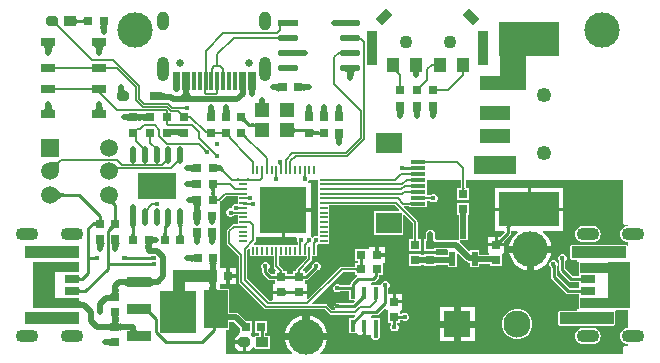
<source format=gtl>
G04*
G04 #@! TF.GenerationSoftware,Altium Limited,Altium Designer,22.2.1 (43)*
G04*
G04 Layer_Physical_Order=1*
G04 Layer_Color=255*
%FSLAX25Y25*%
%MOIN*%
G70*
G04*
G04 #@! TF.SameCoordinates,7E0105E5-CDA3-4412-BB16-D98C73C22E17*
G04*
G04*
G04 #@! TF.FilePolarity,Positive*
G04*
G01*
G75*
%ADD15C,0.01000*%
%ADD17C,0.00500*%
%ADD22C,0.00700*%
%ADD24R,0.03000X0.03000*%
G04:AMPARAMS|DCode=25|XSize=40mil|YSize=35mil|CornerRadius=0mil|HoleSize=0mil|Usage=FLASHONLY|Rotation=180.000|XOffset=0mil|YOffset=0mil|HoleType=Round|Shape=Octagon|*
%AMOCTAGOND25*
4,1,8,-0.02000,0.00875,-0.02000,-0.00875,-0.01125,-0.01750,0.01125,-0.01750,0.02000,-0.00875,0.02000,0.00875,0.01125,0.01750,-0.01125,0.01750,-0.02000,0.00875,0.0*
%
%ADD25OCTAGOND25*%

%ADD26R,0.04000X0.03500*%
%ADD27R,0.15748X0.15748*%
%ADD28R,0.00787X0.02618*%
%ADD29R,0.02618X0.00787*%
%ADD30R,0.03000X0.03000*%
%ADD31R,0.04720X0.03150*%
%ADD32R,0.04720X0.02760*%
%ADD33R,0.02165X0.05906*%
%ADD34O,0.02165X0.05906*%
%ADD35R,0.12598X0.09055*%
%ADD36R,0.01968X0.04724*%
%ADD37R,0.05118X0.01181*%
%ADD38R,0.08661X0.07087*%
%ADD39R,0.01772X0.03937*%
%ADD40R,0.03543X0.11811*%
%ADD41R,0.03937X0.05118*%
G04:AMPARAMS|DCode=42|XSize=47.24mil|YSize=31.5mil|CornerRadius=0mil|HoleSize=0mil|Usage=FLASHONLY|Rotation=45.000|XOffset=0mil|YOffset=0mil|HoleType=Round|Shape=Rectangle|*
%AMROTATEDRECTD42*
4,1,4,-0.00557,-0.02784,-0.02784,-0.00557,0.00557,0.02784,0.02784,0.00557,-0.00557,-0.02784,0.0*
%
%ADD42ROTATEDRECTD42*%

G04:AMPARAMS|DCode=43|XSize=47.24mil|YSize=31.5mil|CornerRadius=0mil|HoleSize=0mil|Usage=FLASHONLY|Rotation=315.000|XOffset=0mil|YOffset=0mil|HoleType=Round|Shape=Rectangle|*
%AMROTATEDRECTD43*
4,1,4,-0.02784,0.00557,-0.00557,0.02784,0.02784,-0.00557,0.00557,-0.02784,-0.02784,0.00557,0.0*
%
%ADD43ROTATEDRECTD43*%

%ADD44R,0.05118X0.04724*%
%ADD45R,0.07874X0.03347*%
%ADD46R,0.07874X0.12598*%
%ADD47R,0.03937X0.03150*%
G04:AMPARAMS|DCode=48|XSize=39.37mil|YSize=31.5mil|CornerRadius=0mil|HoleSize=0mil|Usage=FLASHONLY|Rotation=180.000|XOffset=0mil|YOffset=0mil|HoleType=Round|Shape=Octagon|*
%AMOCTAGOND48*
4,1,8,-0.01968,0.00787,-0.01968,-0.00787,-0.01181,-0.01575,0.01181,-0.01575,0.01968,-0.00787,0.01968,0.00787,0.01181,0.01575,-0.01181,0.01575,-0.01968,0.00787,0.0*
%
%ADD48OCTAGOND48*%

%ADD49R,0.01181X0.05906*%
%ADD50R,0.07087X0.02165*%
%ADD51O,0.07087X0.02165*%
%ADD52R,0.04724X0.02559*%
%ADD53R,0.09843X0.04724*%
%ADD54R,0.20276X0.11811*%
%ADD97C,0.02000*%
%ADD98R,0.17839X0.04001*%
%ADD99R,0.04001X0.17839*%
%ADD100R,0.09000X0.23000*%
%ADD101R,0.12000X0.14000*%
%ADD102R,0.04203X0.15000*%
%ADD103R,0.15000X0.04203*%
%ADD104R,0.16631X0.03440*%
%ADD105R,0.07702X0.15448*%
%ADD106R,0.16667X0.03440*%
%ADD107R,0.14318X0.06377*%
%ADD108R,0.15644X0.03440*%
%ADD109O,0.07480X0.04330*%
%ADD110R,0.09055X0.09055*%
%ADD111C,0.09055*%
%ADD112C,0.04331*%
%ADD113C,0.05906*%
%ADD114R,0.05906X0.05906*%
%ADD115C,0.11811*%
%ADD116C,0.04921*%
%ADD117O,0.03937X0.08268*%
%ADD118O,0.03937X0.06299*%
%ADD119C,0.02559*%
%ADD120C,0.02400*%
%ADD121C,0.01772*%
G36*
X16524Y112000D02*
X16514Y112095D01*
X16484Y112180D01*
X16433Y112255D01*
X16362Y112320D01*
X16271Y112375D01*
X16160Y112420D01*
X16028Y112455D01*
X15876Y112480D01*
X15704Y112495D01*
X15512Y112500D01*
Y113500D01*
X15704Y113505D01*
X15876Y113520D01*
X16028Y113545D01*
X16160Y113580D01*
X16271Y113625D01*
X16362Y113680D01*
X16433Y113745D01*
X16484Y113820D01*
X16514Y113905D01*
X16524Y114000D01*
Y112000D01*
D02*
G37*
G36*
X13986Y113905D02*
X14017Y113820D01*
X14067Y113745D01*
X14138Y113680D01*
X14229Y113625D01*
X14340Y113580D01*
X14472Y113545D01*
X14624Y113520D01*
X14796Y113505D01*
X14988Y113500D01*
Y112500D01*
X14796Y112495D01*
X14624Y112480D01*
X14472Y112455D01*
X14340Y112420D01*
X14229Y112375D01*
X14138Y112320D01*
X14067Y112255D01*
X14017Y112180D01*
X13986Y112095D01*
X13976Y112000D01*
Y114000D01*
X13986Y113905D01*
D02*
G37*
G36*
X7869Y112021D02*
X7849Y111980D01*
X7841Y111936D01*
X7843Y111888D01*
X7857Y111835D01*
X7880Y111780D01*
X7915Y111720D01*
X7961Y111657D01*
X8017Y111590D01*
X8084Y111520D01*
X7730Y111166D01*
X7660Y111233D01*
X7593Y111289D01*
X7530Y111335D01*
X7470Y111370D01*
X7414Y111393D01*
X7362Y111407D01*
X7314Y111409D01*
X7270Y111401D01*
X7229Y111381D01*
X7192Y111351D01*
X7899Y112058D01*
X7869Y112021D01*
D02*
G37*
G36*
X82452Y111436D02*
X82410Y111421D01*
X82372Y111395D01*
X82340Y111359D01*
X82313Y111313D01*
X82290Y111257D01*
X82272Y111190D01*
X82260Y111114D01*
X82253Y111027D01*
X82250Y110929D01*
X81750D01*
X81748Y111027D01*
X81740Y111114D01*
X81727Y111190D01*
X81710Y111257D01*
X81687Y111313D01*
X81660Y111359D01*
X81628Y111395D01*
X81590Y111421D01*
X81547Y111436D01*
X81500Y111441D01*
X82500D01*
X82452Y111436D01*
D02*
G37*
G36*
X24513Y111493D02*
X24430Y111434D01*
X24357Y111336D01*
X24294Y111199D01*
X24240Y111024D01*
X24196Y110809D01*
X24162Y110555D01*
X24123Y109930D01*
X24118Y109559D01*
X22118D01*
X22113Y109930D01*
X22040Y110809D01*
X21996Y111024D01*
X21942Y111199D01*
X21879Y111336D01*
X21806Y111434D01*
X21723Y111493D01*
X21630Y111512D01*
X24606D01*
X24513Y111493D01*
D02*
G37*
G36*
X81264Y107005D02*
X81258Y107051D01*
X81240Y107093D01*
X81209Y107130D01*
X81167Y107162D01*
X81112Y107189D01*
X81046Y107211D01*
X80967Y107228D01*
X80876Y107240D01*
X80773Y107248D01*
X80658Y107250D01*
Y107750D01*
X80773Y107752D01*
X80967Y107772D01*
X81046Y107789D01*
X81112Y107811D01*
X81167Y107838D01*
X81209Y107870D01*
X81240Y107907D01*
X81258Y107949D01*
X81264Y107995D01*
Y107005D01*
D02*
G37*
G36*
X23448Y104650D02*
X23278Y104589D01*
X23128Y104489D01*
X22998Y104348D01*
X22888Y104167D01*
X22798Y103946D01*
X22728Y103684D01*
X22678Y103382D01*
X22648Y103040D01*
X22638Y102658D01*
X20638D01*
X20628Y103040D01*
X20598Y103382D01*
X20548Y103684D01*
X20478Y103946D01*
X20388Y104167D01*
X20278Y104348D01*
X20148Y104489D01*
X19998Y104589D01*
X19828Y104650D01*
X19638Y104670D01*
X23638D01*
X23448Y104650D01*
D02*
G37*
G36*
X6519D02*
X6348Y104589D01*
X6199Y104489D01*
X6069Y104348D01*
X5959Y104167D01*
X5869Y103946D01*
X5799Y103684D01*
X5748Y103382D01*
X5719Y103040D01*
X5708Y102658D01*
X3709D01*
X3698Y103040D01*
X3669Y103382D01*
X3619Y103684D01*
X3548Y103946D01*
X3458Y104167D01*
X3348Y104348D01*
X3218Y104489D01*
X3069Y104589D01*
X2898Y104650D01*
X2709Y104670D01*
X6708D01*
X6519Y104650D01*
D02*
G37*
G36*
X101944Y101978D02*
X101936Y102009D01*
X101916Y102037D01*
X101887Y102061D01*
X101847Y102083D01*
X101797Y102100D01*
X101736Y102115D01*
X101666Y102127D01*
X101584Y102135D01*
X101391Y102141D01*
Y102641D01*
X101482Y102643D01*
X101635Y102656D01*
X101696Y102667D01*
X101747Y102682D01*
X101788Y102700D01*
X101820Y102721D01*
X101841Y102745D01*
X101853Y102773D01*
X101854Y102804D01*
X101944Y101978D01*
D02*
G37*
G36*
X87461Y103528D02*
X87553Y103515D01*
X87846Y103493D01*
X89211Y103466D01*
X89593Y103465D01*
X89426Y101465D01*
X87406Y101457D01*
Y103543D01*
X87461Y103528D01*
D02*
G37*
G36*
X133182Y97937D02*
X133176Y97984D01*
X133161Y98027D01*
X133135Y98064D01*
X133100Y98097D01*
X133054Y98124D01*
X132997Y98147D01*
X132931Y98164D01*
X132854Y98177D01*
X132767Y98184D01*
X132670Y98187D01*
Y98687D01*
X132767Y98689D01*
X132854Y98697D01*
X132931Y98709D01*
X132997Y98727D01*
X133054Y98749D01*
X133100Y98777D01*
X133135Y98809D01*
X133161Y98847D01*
X133176Y98889D01*
X133182Y98937D01*
Y97937D01*
D02*
G37*
G36*
X61247Y98655D02*
X61262Y98570D01*
X61287Y98495D01*
X61322Y98430D01*
X61367Y98375D01*
X61422Y98330D01*
X61487Y98295D01*
X61562Y98270D01*
X61647Y98255D01*
X61742Y98250D01*
X60992Y97750D01*
X60242Y98250D01*
X60337Y98255D01*
X60422Y98270D01*
X60497Y98295D01*
X60562Y98330D01*
X60617Y98375D01*
X60662Y98430D01*
X60697Y98495D01*
X60722Y98570D01*
X60737Y98655D01*
X60742Y98750D01*
X61242D01*
X61247Y98655D01*
D02*
G37*
G36*
X23981Y97913D02*
X23997Y97871D01*
X24022Y97833D01*
X24058Y97801D01*
X24104Y97773D01*
X24160Y97751D01*
X24227Y97733D01*
X24304Y97721D01*
X24391Y97713D01*
X24488Y97711D01*
Y97211D01*
X24391Y97208D01*
X24304Y97201D01*
X24227Y97188D01*
X24160Y97171D01*
X24104Y97148D01*
X24058Y97121D01*
X24022Y97088D01*
X23997Y97051D01*
X23981Y97008D01*
X23976Y96961D01*
Y97961D01*
X23981Y97913D01*
D02*
G37*
G36*
X19300Y96961D02*
X19295Y97008D01*
X19279Y97051D01*
X19253Y97088D01*
X19218Y97121D01*
X19172Y97148D01*
X19115Y97171D01*
X19049Y97188D01*
X18972Y97201D01*
X18885Y97208D01*
X18788Y97211D01*
Y97711D01*
X18885Y97713D01*
X18972Y97721D01*
X19049Y97733D01*
X19115Y97751D01*
X19172Y97773D01*
X19218Y97801D01*
X19253Y97833D01*
X19279Y97871D01*
X19295Y97913D01*
X19300Y97961D01*
Y96961D01*
D02*
G37*
G36*
X7052Y97913D02*
X7067Y97871D01*
X7093Y97833D01*
X7129Y97801D01*
X7175Y97773D01*
X7231Y97751D01*
X7298Y97733D01*
X7374Y97721D01*
X7461Y97713D01*
X7559Y97711D01*
Y97211D01*
X7461Y97208D01*
X7374Y97201D01*
X7298Y97188D01*
X7231Y97171D01*
X7175Y97148D01*
X7129Y97121D01*
X7093Y97088D01*
X7067Y97051D01*
X7052Y97008D01*
X7047Y96961D01*
Y97961D01*
X7052Y97913D01*
D02*
G37*
G36*
X63205Y96422D02*
X63213Y96335D01*
X63225Y96258D01*
X63243Y96192D01*
X63265Y96135D01*
X63293Y96089D01*
X63325Y96054D01*
X63363Y96028D01*
X63405Y96013D01*
X63453Y96008D01*
X62453D01*
X62500Y96013D01*
X62543Y96028D01*
X62580Y96054D01*
X62613Y96089D01*
X62640Y96135D01*
X62663Y96192D01*
X62680Y96258D01*
X62693Y96335D01*
X62700Y96422D01*
X62703Y96520D01*
X63203D01*
X63205Y96422D01*
D02*
G37*
G36*
X59327D02*
X59334Y96335D01*
X59347Y96258D01*
X59364Y96192D01*
X59387Y96135D01*
X59414Y96089D01*
X59447Y96054D01*
X59484Y96028D01*
X59527Y96013D01*
X59574Y96008D01*
X58574D01*
X58622Y96013D01*
X58664Y96028D01*
X58702Y96054D01*
X58734Y96089D01*
X58762Y96135D01*
X58784Y96192D01*
X58802Y96258D01*
X58814Y96335D01*
X58822Y96422D01*
X58824Y96520D01*
X59324D01*
X59327Y96422D01*
D02*
G37*
G36*
X57300D02*
X57307Y96335D01*
X57320Y96258D01*
X57337Y96192D01*
X57360Y96135D01*
X57387Y96089D01*
X57420Y96054D01*
X57457Y96028D01*
X57500Y96013D01*
X57547Y96008D01*
X56547D01*
X56595Y96013D01*
X56637Y96028D01*
X56675Y96054D01*
X56707Y96089D01*
X56735Y96135D01*
X56757Y96192D01*
X56775Y96258D01*
X56787Y96335D01*
X56795Y96422D01*
X56797Y96520D01*
X57297D01*
X57300Y96422D01*
D02*
G37*
G36*
X121307Y96558D02*
X121293Y96512D01*
Y96459D01*
X121307Y96399D01*
X121336Y96332D01*
X121378Y96257D01*
X121434Y96176D01*
X121505Y96087D01*
X121689Y95890D01*
X121336Y95536D01*
X121233Y95635D01*
X121049Y95791D01*
X120968Y95847D01*
X120894Y95890D01*
X120826Y95918D01*
X120766Y95932D01*
X120713D01*
X120667Y95918D01*
X120628Y95890D01*
X121336Y96597D01*
X121307Y96558D01*
D02*
G37*
G36*
X143454Y95885D02*
X143411Y95870D01*
X143374Y95845D01*
X143341Y95810D01*
X143314Y95764D01*
X143291Y95710D01*
X143274Y95645D01*
X143261Y95570D01*
X143254Y95485D01*
X143251Y95389D01*
X142751D01*
X142749Y95485D01*
X142741Y95570D01*
X142729Y95645D01*
X142711Y95710D01*
X142689Y95764D01*
X142661Y95810D01*
X142629Y95845D01*
X142591Y95870D01*
X142549Y95885D01*
X142501Y95890D01*
X143501D01*
X143454Y95885D01*
D02*
G37*
G36*
X107145Y96412D02*
X106975Y96352D01*
X106825Y96251D01*
X106695Y96110D01*
X106585Y95929D01*
X106495Y95708D01*
X106425Y95446D01*
X106375Y95144D01*
X106345Y94802D01*
X106335Y94420D01*
X104335D01*
X104325Y94802D01*
X104295Y95144D01*
X104245Y95446D01*
X104175Y95708D01*
X104085Y95929D01*
X103975Y96110D01*
X103845Y96251D01*
X103695Y96352D01*
X103525Y96412D01*
X103335Y96432D01*
X107335D01*
X107145Y96412D01*
D02*
G37*
G36*
X122253Y91891D02*
X122260Y91804D01*
X122273Y91727D01*
X122290Y91660D01*
X122312Y91604D01*
X122340Y91558D01*
X122372Y91522D01*
X122410Y91496D01*
X122452Y91481D01*
X122500Y91476D01*
X121500D01*
X121547Y91481D01*
X121590Y91496D01*
X121627Y91522D01*
X121660Y91558D01*
X121687Y91604D01*
X121710Y91660D01*
X121728Y91727D01*
X121740Y91804D01*
X121748Y91891D01*
X121750Y91988D01*
X122250D01*
X122253Y91891D01*
D02*
G37*
G36*
X129341Y91488D02*
X129242Y91386D01*
X129087Y91202D01*
X129030Y91120D01*
X128988Y91046D01*
X128960Y90979D01*
X128945Y90919D01*
Y90866D01*
X128960Y90820D01*
X128988Y90781D01*
X128281Y91488D01*
X128320Y91460D01*
X128366Y91446D01*
X128419D01*
X128479Y91460D01*
X128546Y91488D01*
X128620Y91530D01*
X128701Y91587D01*
X128790Y91658D01*
X128988Y91842D01*
X129341Y91488D01*
D02*
G37*
G36*
X122254Y91304D02*
X122265Y91228D01*
X122283Y91152D01*
X122309Y91076D01*
X122343Y91001D01*
X122383Y90926D01*
X122431Y90852D01*
X122487Y90779D01*
X122550Y90705D01*
X122620Y90633D01*
X121380D01*
X121450Y90705D01*
X121513Y90779D01*
X121569Y90852D01*
X121617Y90926D01*
X121658Y91001D01*
X121691Y91076D01*
X121717Y91152D01*
X121735Y91228D01*
X121746Y91304D01*
X121750Y91381D01*
X122250D01*
X122254Y91304D01*
D02*
G37*
G36*
X19300Y90039D02*
X19295Y90087D01*
X19279Y90129D01*
X19253Y90167D01*
X19218Y90199D01*
X19172Y90227D01*
X19115Y90249D01*
X19049Y90267D01*
X18972Y90279D01*
X18885Y90287D01*
X18788Y90289D01*
Y90789D01*
X18885Y90792D01*
X18972Y90799D01*
X19049Y90812D01*
X19115Y90829D01*
X19172Y90852D01*
X19218Y90879D01*
X19253Y90912D01*
X19279Y90949D01*
X19295Y90992D01*
X19300Y91039D01*
Y90039D01*
D02*
G37*
G36*
X7052Y90992D02*
X7067Y90949D01*
X7093Y90912D01*
X7129Y90879D01*
X7175Y90852D01*
X7231Y90829D01*
X7298Y90812D01*
X7374Y90799D01*
X7461Y90792D01*
X7559Y90789D01*
Y90289D01*
X7461Y90287D01*
X7374Y90279D01*
X7298Y90267D01*
X7231Y90249D01*
X7175Y90227D01*
X7129Y90199D01*
X7093Y90167D01*
X7067Y90129D01*
X7052Y90087D01*
X7047Y90039D01*
Y91039D01*
X7052Y90992D01*
D02*
G37*
G36*
X128653Y90800D02*
X128602Y90743D01*
X128555Y90681D01*
X128515Y90614D01*
X128480Y90542D01*
X128450Y90466D01*
X128426Y90384D01*
X128408Y90298D01*
X128395Y90206D01*
X128387Y90110D01*
X128386Y90009D01*
X127509Y90886D01*
X127610Y90887D01*
X127706Y90895D01*
X127797Y90908D01*
X127884Y90926D01*
X127966Y90950D01*
X128042Y90980D01*
X128114Y91015D01*
X128181Y91056D01*
X128243Y91102D01*
X128300Y91154D01*
X128653Y90800D01*
D02*
G37*
G36*
X61437Y90145D02*
X61394Y90130D01*
X61357Y90104D01*
X61324Y90068D01*
X61297Y90022D01*
X61274Y89966D01*
X61257Y89899D01*
X61244Y89822D01*
X61237Y89735D01*
X61234Y89638D01*
X60734D01*
X60732Y89735D01*
X60724Y89822D01*
X60712Y89899D01*
X60694Y89966D01*
X60672Y90022D01*
X60644Y90068D01*
X60612Y90104D01*
X60574Y90130D01*
X60532Y90145D01*
X60484Y90150D01*
X61484D01*
X61437Y90145D01*
D02*
G37*
G36*
X57452D02*
X57410Y90130D01*
X57372Y90104D01*
X57340Y90068D01*
X57313Y90022D01*
X57290Y89966D01*
X57272Y89899D01*
X57260Y89822D01*
X57253Y89735D01*
X57250Y89638D01*
X56750D01*
X56748Y89735D01*
X56740Y89822D01*
X56727Y89899D01*
X56710Y89966D01*
X56687Y90022D01*
X56660Y90068D01*
X56628Y90104D01*
X56590Y90130D01*
X56547Y90145D01*
X56500Y90150D01*
X57500D01*
X57452Y90145D01*
D02*
G37*
G36*
X89508Y92395D02*
X89566Y92312D01*
X89664Y92239D01*
X89801Y92176D01*
X89976Y92122D01*
X90191Y92078D01*
X90445Y92044D01*
X91070Y92005D01*
X91441Y92000D01*
Y90000D01*
X91070Y89995D01*
X90191Y89922D01*
X89976Y89878D01*
X89801Y89824D01*
X89664Y89761D01*
X89566Y89688D01*
X89508Y89605D01*
X89488Y89512D01*
Y92488D01*
X89508Y92395D01*
D02*
G37*
G36*
X81394Y89512D02*
X81374Y89605D01*
X81316Y89688D01*
X81218Y89761D01*
X81081Y89824D01*
X80906Y89878D01*
X80691Y89922D01*
X80437Y89956D01*
X79812Y89995D01*
X79441Y90000D01*
Y92000D01*
X79812Y92005D01*
X80691Y92078D01*
X80906Y92122D01*
X81081Y92176D01*
X81218Y92239D01*
X81316Y92312D01*
X81374Y92395D01*
X81394Y92488D01*
Y89512D01*
D02*
G37*
G36*
X134493Y90452D02*
X134508Y90410D01*
X134533Y90373D01*
X134568Y90340D01*
X134613Y90312D01*
X134668Y90290D01*
X134733Y90272D01*
X134808Y90260D01*
X134893Y90253D01*
X134988Y90250D01*
Y89750D01*
X134893Y89748D01*
X134808Y89740D01*
X134733Y89727D01*
X134668Y89710D01*
X134613Y89688D01*
X134568Y89660D01*
X134533Y89627D01*
X134508Y89590D01*
X134493Y89547D01*
X134488Y89500D01*
Y90500D01*
X134493Y90452D01*
D02*
G37*
G36*
X133705Y90550D02*
X133778Y90487D01*
X133852Y90431D01*
X133926Y90383D01*
X134001Y90342D01*
X134076Y90309D01*
X134151Y90283D01*
X134228Y90265D01*
X134304Y90254D01*
X134381Y90250D01*
Y89750D01*
X134304Y89746D01*
X134228Y89735D01*
X134151Y89717D01*
X134076Y89691D01*
X134001Y89657D01*
X133926Y89617D01*
X133852Y89569D01*
X133778Y89513D01*
X133705Y89450D01*
X133632Y89380D01*
Y90620D01*
X133705Y90550D01*
D02*
G37*
G36*
X22268Y89269D02*
X22264Y89261D01*
X22261Y89247D01*
X22258Y89228D01*
X22253Y89174D01*
X22250Y89052D01*
X22250Y89000D01*
X21750D01*
X21750Y89052D01*
X21736Y89261D01*
X21732Y89269D01*
X21728Y89272D01*
X22272D01*
X22268Y89269D01*
D02*
G37*
G36*
X30004Y90704D02*
X30039Y90213D01*
X30070Y90018D01*
X30109Y89856D01*
X30157Y89728D01*
X30214Y89633D01*
X30280Y89572D01*
X30354Y89545D01*
X30437Y89551D01*
X27571Y88804D01*
X27653Y88846D01*
X27726Y88928D01*
X27790Y89049D01*
X27846Y89209D01*
X27893Y89409D01*
X27931Y89648D01*
X27961Y89927D01*
X27996Y90603D01*
X28000Y91000D01*
X30000D01*
X30004Y90704D01*
D02*
G37*
G36*
X42488Y89434D02*
X42548Y89318D01*
X42648Y89216D01*
X42788Y89128D01*
X42968Y89053D01*
X43188Y88992D01*
X43448Y88945D01*
X43748Y88911D01*
X44088Y88890D01*
X44468Y88883D01*
Y86883D01*
X44088Y86879D01*
X43188Y86812D01*
X42968Y86772D01*
X42788Y86723D01*
X42648Y86665D01*
X42548Y86598D01*
X42488Y86522D01*
X42468Y86437D01*
Y89563D01*
X42488Y89434D01*
D02*
G37*
G36*
X51629Y89620D02*
X51689Y89280D01*
X51789Y88980D01*
X51929Y88720D01*
X52109Y88500D01*
X52329Y88320D01*
X52589Y88180D01*
X52889Y88080D01*
X53229Y88020D01*
X53609Y88000D01*
X50609Y86000D01*
X47609Y88000D01*
X47989Y88020D01*
X48329Y88080D01*
X48629Y88180D01*
X48889Y88320D01*
X49109Y88500D01*
X49289Y88720D01*
X49429Y88980D01*
X49529Y89280D01*
X49589Y89620D01*
X49609Y90000D01*
X51609D01*
X51629Y89620D01*
D02*
G37*
G36*
X76868Y86626D02*
X76920Y85871D01*
X76939Y85789D01*
X76962Y85731D01*
X76987Y85696D01*
X77016Y85685D01*
X74716D01*
X74745Y85696D01*
X74770Y85731D01*
X74793Y85789D01*
X74812Y85871D01*
X74829Y85975D01*
X74853Y86254D01*
X74865Y86626D01*
X74866Y86847D01*
X76866D01*
X76868Y86626D01*
D02*
G37*
G36*
X50342Y83407D02*
X50273Y83479D01*
X50203Y83544D01*
X50132Y83601D01*
X50060Y83650D01*
X49987Y83692D01*
X49913Y83727D01*
X49839Y83753D01*
X49763Y83772D01*
X49686Y83784D01*
X49609Y83787D01*
X49631Y84287D01*
X49707Y84291D01*
X49783Y84302D01*
X49859Y84320D01*
X49936Y84345D01*
X50012Y84377D01*
X50088Y84417D01*
X50165Y84463D01*
X50241Y84517D01*
X50318Y84578D01*
X50394Y84646D01*
X50342Y83407D01*
D02*
G37*
G36*
X22648Y84960D02*
X22678Y84618D01*
X22728Y84316D01*
X22798Y84054D01*
X22888Y83833D01*
X22998Y83652D01*
X23128Y83511D01*
X23278Y83411D01*
X23448Y83350D01*
X23638Y83330D01*
X19638D01*
X19828Y83350D01*
X19998Y83411D01*
X20148Y83511D01*
X20278Y83652D01*
X20388Y83833D01*
X20478Y84054D01*
X20548Y84316D01*
X20598Y84618D01*
X20628Y84960D01*
X20638Y85342D01*
X22638D01*
X22648Y84960D01*
D02*
G37*
G36*
X5719D02*
X5748Y84618D01*
X5799Y84316D01*
X5869Y84054D01*
X5959Y83833D01*
X6069Y83652D01*
X6199Y83511D01*
X6348Y83411D01*
X6519Y83350D01*
X6708Y83330D01*
X2709D01*
X2898Y83350D01*
X3069Y83411D01*
X3218Y83511D01*
X3348Y83652D01*
X3458Y83833D01*
X3548Y84054D01*
X3619Y84316D01*
X3669Y84618D01*
X3698Y84960D01*
X3709Y85342D01*
X5708D01*
X5719Y84960D01*
D02*
G37*
G36*
X97490Y84108D02*
X97563Y83208D01*
X97607Y82988D01*
X97661Y82808D01*
X97724Y82668D01*
X97797Y82568D01*
X97880Y82508D01*
X97973Y82488D01*
X94997D01*
X95090Y82508D01*
X95173Y82568D01*
X95246Y82668D01*
X95309Y82808D01*
X95363Y82988D01*
X95407Y83208D01*
X95441Y83468D01*
X95480Y84108D01*
X95485Y84488D01*
X97485D01*
X97490Y84108D01*
D02*
G37*
G36*
X92490D02*
X92563Y83208D01*
X92607Y82988D01*
X92661Y82808D01*
X92725Y82668D01*
X92798Y82568D01*
X92881Y82508D01*
X92973Y82488D01*
X89997D01*
X90090Y82508D01*
X90173Y82568D01*
X90246Y82668D01*
X90310Y82808D01*
X90363Y82988D01*
X90407Y83208D01*
X90441Y83468D01*
X90481Y84108D01*
X90485Y84488D01*
X92485D01*
X92490Y84108D01*
D02*
G37*
G36*
X65005D02*
X65078Y83208D01*
X65122Y82988D01*
X65176Y82808D01*
X65239Y82668D01*
X65313Y82568D01*
X65396Y82508D01*
X65488Y82488D01*
X62512D01*
X62605Y82508D01*
X62688Y82568D01*
X62761Y82668D01*
X62825Y82808D01*
X62878Y82988D01*
X62922Y83208D01*
X62956Y83468D01*
X62995Y84108D01*
X63000Y84488D01*
X65000D01*
X65005Y84108D01*
D02*
G37*
G36*
X60005Y84070D02*
X60078Y83191D01*
X60122Y82976D01*
X60176Y82801D01*
X60239Y82664D01*
X60312Y82566D01*
X60395Y82507D01*
X60488Y82488D01*
X57512D01*
X57605Y82507D01*
X57688Y82566D01*
X57761Y82664D01*
X57824Y82801D01*
X57878Y82976D01*
X57922Y83191D01*
X57956Y83445D01*
X57995Y84070D01*
X58000Y84441D01*
X60000D01*
X60005Y84070D01*
D02*
G37*
G36*
X44575Y82891D02*
X44582Y82804D01*
X44595Y82727D01*
X44612Y82660D01*
X44635Y82604D01*
X44662Y82558D01*
X44695Y82522D01*
X44732Y82497D01*
X44775Y82481D01*
X44822Y82476D01*
X43822D01*
X43870Y82481D01*
X43912Y82497D01*
X43950Y82522D01*
X43982Y82558D01*
X44010Y82604D01*
X44032Y82660D01*
X44050Y82727D01*
X44062Y82804D01*
X44070Y82891D01*
X44072Y82988D01*
X44572D01*
X44575Y82891D01*
D02*
G37*
G36*
X102490Y84084D02*
X102563Y83184D01*
X102607Y82964D01*
X102660Y82784D01*
X102724Y82644D01*
X102797Y82544D01*
X102880Y82484D01*
X102973Y82464D01*
X99997D01*
X100089Y82484D01*
X100172Y82544D01*
X100246Y82644D01*
X100309Y82784D01*
X100363Y82964D01*
X100407Y83184D01*
X100441Y83444D01*
X100480Y84084D01*
X100485Y84464D01*
X102485D01*
X102490Y84084D01*
D02*
G37*
G36*
X37190Y79488D02*
X37170Y79581D01*
X37110Y79664D01*
X37010Y79737D01*
X36870Y79800D01*
X36690Y79854D01*
X36470Y79898D01*
X36210Y79932D01*
X35877Y79952D01*
X35208Y79898D01*
X34988Y79854D01*
X34808Y79800D01*
X34668Y79737D01*
X34568Y79664D01*
X34508Y79581D01*
X34488Y79488D01*
Y82464D01*
X34508Y82371D01*
X34568Y82288D01*
X34668Y82215D01*
X34808Y82152D01*
X34988Y82098D01*
X35208Y82054D01*
X35468Y82020D01*
X35800Y82000D01*
X36470Y82054D01*
X36690Y82098D01*
X36870Y82152D01*
X37010Y82215D01*
X37110Y82288D01*
X37170Y82371D01*
X37190Y82464D01*
Y79488D01*
D02*
G37*
G36*
X48616Y82741D02*
X48801Y82583D01*
X48883Y82526D01*
X48957Y82482D01*
X49024Y82452D01*
X49084Y82437D01*
X49136Y82436D01*
X49181Y82449D01*
X49219Y82476D01*
X48524Y81781D01*
X48551Y81819D01*
X48564Y81864D01*
X48563Y81916D01*
X48548Y81976D01*
X48518Y82043D01*
X48474Y82117D01*
X48417Y82199D01*
X48345Y82288D01*
X48158Y82488D01*
X48512Y82841D01*
X48616Y82741D01*
D02*
G37*
G36*
X134395Y83374D02*
X134312Y83314D01*
X134239Y83214D01*
X134175Y83074D01*
X134122Y82894D01*
X134078Y82674D01*
X134044Y82414D01*
X134005Y81774D01*
X134000Y81394D01*
X132000D01*
X131995Y81774D01*
X131922Y82674D01*
X131878Y82894D01*
X131824Y83074D01*
X131761Y83214D01*
X131687Y83314D01*
X131604Y83374D01*
X131512Y83394D01*
X134488D01*
X134395Y83374D01*
D02*
G37*
G36*
X128895D02*
X128812Y83314D01*
X128739Y83214D01*
X128675Y83074D01*
X128622Y82894D01*
X128578Y82674D01*
X128544Y82414D01*
X128505Y81774D01*
X128500Y81394D01*
X126500D01*
X126495Y81774D01*
X126422Y82674D01*
X126378Y82894D01*
X126324Y83074D01*
X126261Y83214D01*
X126188Y83314D01*
X126105Y83374D01*
X126012Y83394D01*
X128988D01*
X128895Y83374D01*
D02*
G37*
G36*
X123395D02*
X123312Y83314D01*
X123239Y83214D01*
X123176Y83074D01*
X123122Y82894D01*
X123078Y82674D01*
X123044Y82414D01*
X123005Y81774D01*
X123000Y81394D01*
X121000D01*
X120995Y81774D01*
X120922Y82674D01*
X120878Y82894D01*
X120824Y83074D01*
X120761Y83214D01*
X120688Y83314D01*
X120605Y83374D01*
X120512Y83394D01*
X123488D01*
X123395Y83374D01*
D02*
G37*
G36*
X51493Y81453D02*
X51508Y81410D01*
X51533Y81372D01*
X51568Y81340D01*
X51613Y81313D01*
X51668Y81290D01*
X51733Y81273D01*
X51808Y81260D01*
X51893Y81252D01*
X51988Y81250D01*
Y80750D01*
X51893Y80747D01*
X51808Y80740D01*
X51733Y80727D01*
X51668Y80710D01*
X51613Y80687D01*
X51568Y80660D01*
X51533Y80628D01*
X51508Y80590D01*
X51493Y80547D01*
X51488Y80500D01*
Y81500D01*
X51493Y81453D01*
D02*
G37*
G36*
X31512Y79488D02*
X31497Y79585D01*
X31451Y79672D01*
X31376Y79749D01*
X31270Y79816D01*
X31134Y79872D01*
X30968Y79918D01*
X30771Y79954D01*
X30544Y79979D01*
X30287Y79995D01*
X30000Y80000D01*
Y82000D01*
X30287Y82005D01*
X30771Y82042D01*
X30968Y82074D01*
X31134Y82116D01*
X31270Y82167D01*
X31376Y82227D01*
X31451Y82297D01*
X31497Y82376D01*
X31512Y82464D01*
Y79488D01*
D02*
G37*
G36*
X44660Y79519D02*
X44617Y79504D01*
X44580Y79478D01*
X44547Y79442D01*
X44520Y79396D01*
X44497Y79340D01*
X44480Y79273D01*
X44467Y79196D01*
X44460Y79109D01*
X44457Y79012D01*
X43957D01*
X43955Y79109D01*
X43947Y79196D01*
X43935Y79273D01*
X43917Y79340D01*
X43895Y79396D01*
X43867Y79442D01*
X43835Y79478D01*
X43797Y79504D01*
X43755Y79519D01*
X43707Y79524D01*
X44707D01*
X44660Y79519D01*
D02*
G37*
G36*
X70431Y80848D02*
X70403Y80756D01*
Y80650D01*
X70431Y80530D01*
X70488Y80396D01*
X70573Y80247D01*
X70686Y80085D01*
X70827Y79908D01*
X71195Y79512D01*
X70488Y78805D01*
X70283Y79003D01*
X69915Y79314D01*
X69753Y79427D01*
X69604Y79512D01*
X69470Y79569D01*
X69350Y79597D01*
X69244D01*
X69152Y79569D01*
X69074Y79512D01*
X70488Y80926D01*
X70431Y80848D01*
D02*
G37*
G36*
X73319Y79004D02*
X73331Y77516D01*
X73320Y77611D01*
X73289Y77696D01*
X73238Y77771D01*
X73167Y77836D01*
X73076Y77891D01*
X72965Y77936D01*
X72834Y77971D01*
X72682Y77996D01*
X72511Y78011D01*
X72319Y78016D01*
Y79016D01*
X73319Y79004D01*
D02*
G37*
G36*
X48524Y74488D02*
X48508Y74585D01*
X48462Y74672D01*
X48386Y74749D01*
X48279Y74816D01*
X48142Y74872D01*
X47974Y74918D01*
X47776Y74954D01*
X47548Y74980D01*
X47000Y75000D01*
X46774Y74998D01*
X46108Y74953D01*
X46001Y74932D01*
X45917Y74907D01*
X45858Y74879D01*
X45822Y74846D01*
X45810Y74810D01*
Y77190D01*
X45822Y77154D01*
X45858Y77121D01*
X45917Y77093D01*
X46001Y77068D01*
X46108Y77047D01*
X46239Y77030D01*
X46572Y77008D01*
X47000Y77000D01*
X47287Y77004D01*
X47968Y77059D01*
X48134Y77092D01*
X48270Y77133D01*
X48376Y77181D01*
X48452Y77237D01*
X48497Y77300D01*
X48512Y77370D01*
X48524Y74488D01*
D02*
G37*
G36*
X34988Y76858D02*
X34891Y76855D01*
X34805Y76848D01*
X34729Y76835D01*
X34662Y76818D01*
X34606Y76795D01*
X34560Y76768D01*
X34524Y76735D01*
X34498Y76698D01*
X34482Y76655D01*
X34476Y76608D01*
X34488Y77346D01*
X34493Y77348D01*
X34508Y77350D01*
X34533Y77352D01*
X34893Y77358D01*
X34988Y77358D01*
Y76858D01*
D02*
G37*
G36*
X90009Y75653D02*
X89999Y75748D01*
X89968Y75833D01*
X89917Y75908D01*
X89846Y75973D01*
X89755Y76029D01*
X89643Y76073D01*
X89512Y76108D01*
X89361Y76134D01*
X89189Y76148D01*
X88997Y76153D01*
Y77153D01*
X89187Y77156D01*
X89637Y77188D01*
X89747Y77208D01*
X89837Y77231D01*
X89907Y77260D01*
X89957Y77292D01*
X89987Y77329D01*
X89997Y77370D01*
X90009Y75653D01*
D02*
G37*
G36*
X86679Y77558D02*
X86709Y77473D01*
X86760Y77399D01*
X86831Y77333D01*
X86922Y77279D01*
X87033Y77233D01*
X87165Y77198D01*
X87317Y77174D01*
X87489Y77158D01*
X87681Y77153D01*
Y76153D01*
X87489Y76148D01*
X87317Y76134D01*
X87165Y76108D01*
X87033Y76073D01*
X86922Y76029D01*
X86831Y75973D01*
X86760Y75908D01*
X86709Y75833D01*
X86679Y75748D01*
X86669Y75653D01*
Y77653D01*
X86679Y77558D01*
D02*
G37*
G36*
X57524Y75488D02*
X57519Y75530D01*
X57505Y75567D01*
X57481Y75600D01*
X57447Y75628D01*
X57404Y75652D01*
X57351Y75672D01*
X57288Y75687D01*
X57216Y75698D01*
X57134Y75705D01*
X57043Y75707D01*
Y76207D01*
X57134Y76209D01*
X57216Y76216D01*
X57288Y76227D01*
X57351Y76242D01*
X57404Y76262D01*
X57447Y76286D01*
X57481Y76315D01*
X57505Y76347D01*
X57519Y76385D01*
X57524Y76426D01*
Y75488D01*
D02*
G37*
G36*
X62524Y75382D02*
X62519Y75429D01*
X62504Y75472D01*
X62478Y75509D01*
X62442Y75542D01*
X62396Y75569D01*
X62340Y75592D01*
X62273Y75609D01*
X62197Y75622D01*
X62110Y75629D01*
X62012Y75632D01*
Y76132D01*
X62110Y76134D01*
X62197Y76142D01*
X62273Y76154D01*
X62340Y76172D01*
X62396Y76194D01*
X62442Y76222D01*
X62478Y76254D01*
X62504Y76292D01*
X62519Y76334D01*
X62524Y76382D01*
Y75382D01*
D02*
G37*
G36*
X60493Y76334D02*
X60508Y76292D01*
X60533Y76254D01*
X60568Y76222D01*
X60613Y76194D01*
X60668Y76172D01*
X60733Y76154D01*
X60808Y76142D01*
X60893Y76134D01*
X60988Y76132D01*
Y75632D01*
X60893Y75629D01*
X60808Y75622D01*
X60733Y75609D01*
X60668Y75592D01*
X60613Y75569D01*
X60568Y75542D01*
X60533Y75509D01*
X60508Y75472D01*
X60493Y75429D01*
X60488Y75382D01*
Y76382D01*
X60493Y76334D01*
D02*
G37*
G36*
X95009Y74882D02*
X94999Y74977D01*
X94969Y75062D01*
X94918Y75137D01*
X94847Y75202D01*
X94756Y75257D01*
X94645Y75302D01*
X94513Y75337D01*
X94361Y75362D01*
X94189Y75377D01*
X93997Y75382D01*
Y76382D01*
X94189Y76387D01*
X94361Y76402D01*
X94513Y76427D01*
X94645Y76462D01*
X94756Y76507D01*
X94847Y76562D01*
X94918Y76627D01*
X94969Y76702D01*
X94999Y76787D01*
X95009Y76882D01*
Y74882D01*
D02*
G37*
G36*
X92983Y76787D02*
X93013Y76702D01*
X93063Y76627D01*
X93133Y76562D01*
X93223Y76507D01*
X93333Y76462D01*
X93463Y76427D01*
X93613Y76402D01*
X93783Y76387D01*
X93973Y76382D01*
Y75382D01*
X93783Y75377D01*
X93613Y75362D01*
X93463Y75337D01*
X93333Y75302D01*
X93223Y75257D01*
X93133Y75202D01*
X93063Y75137D01*
X93013Y75062D01*
X92983Y74977D01*
X92973Y74882D01*
Y76882D01*
X92983Y76787D01*
D02*
G37*
G36*
X65488Y74394D02*
X65457Y74389D01*
X65430Y74375D01*
X65405Y74352D01*
X65384Y74319D01*
X65366Y74277D01*
X65351Y74225D01*
X65340Y74164D01*
X65332Y74094D01*
X65327Y74014D01*
X65325Y73925D01*
X64825D01*
X64823Y74016D01*
X64816Y74097D01*
X64806Y74169D01*
X64790Y74231D01*
X64770Y74284D01*
X64746Y74327D01*
X64718Y74361D01*
X64685Y74386D01*
X64648Y74401D01*
X64606Y74406D01*
X65488Y74394D01*
D02*
G37*
G36*
X70448Y75329D02*
X70429Y75265D01*
Y75191D01*
X70448Y75107D01*
X70488Y75013D01*
X70547Y74909D01*
X70627Y74795D01*
X70726Y74671D01*
X70983Y74394D01*
X70488Y73899D01*
X70345Y74037D01*
X70087Y74255D01*
X69973Y74335D01*
X69869Y74394D01*
X69775Y74433D01*
X69691Y74453D01*
X69617D01*
X69552Y74433D01*
X69498Y74394D01*
X70488Y75384D01*
X70448Y75329D01*
D02*
G37*
G36*
X39130Y74377D02*
X39088Y74361D01*
X39050Y74336D01*
X39018Y74300D01*
X38990Y74254D01*
X38968Y74198D01*
X38950Y74131D01*
X38938Y74054D01*
X38930Y73967D01*
X38928Y73870D01*
X38428D01*
X38425Y73967D01*
X38418Y74054D01*
X38405Y74131D01*
X38388Y74198D01*
X38365Y74254D01*
X38338Y74300D01*
X38305Y74336D01*
X38268Y74361D01*
X38225Y74377D01*
X38178Y74382D01*
X39178D01*
X39130Y74377D01*
D02*
G37*
G36*
X34488Y74370D02*
X34443Y74365D01*
X34402Y74350D01*
X34367Y74325D01*
X34336Y74290D01*
X34310Y74245D01*
X34288Y74190D01*
X34271Y74125D01*
X34260Y74050D01*
X34252Y73965D01*
X34250Y73870D01*
X33750D01*
X33748Y73967D01*
X33740Y74053D01*
X33727Y74130D01*
X33710Y74196D01*
X33687Y74252D01*
X33660Y74299D01*
X33628Y74335D01*
X33590Y74360D01*
X33547Y74376D01*
X33500Y74382D01*
X34488Y74370D01*
D02*
G37*
G36*
X102880Y74350D02*
X102797Y74290D01*
X102724Y74190D01*
X102660Y74050D01*
X102607Y73870D01*
X102563Y73650D01*
X102529Y73390D01*
X102490Y72750D01*
X102485Y72370D01*
X100485D01*
X100480Y72750D01*
X100407Y73650D01*
X100363Y73870D01*
X100309Y74050D01*
X100246Y74190D01*
X100172Y74290D01*
X100089Y74350D01*
X99997Y74370D01*
X102973D01*
X102880Y74350D01*
D02*
G37*
G36*
X39937Y71588D02*
X40088Y71465D01*
X40156Y71421D01*
X40219Y71390D01*
X40277Y71370D01*
X40329Y71363D01*
X40377Y71367D01*
X40419Y71384D01*
X40456Y71412D01*
X39756Y70712D01*
X39784Y70749D01*
X39801Y70792D01*
X39805Y70839D01*
X39798Y70892D01*
X39779Y70949D01*
X39747Y71012D01*
X39704Y71080D01*
X39648Y71153D01*
X39580Y71231D01*
X39500Y71314D01*
X39854Y71668D01*
X39937Y71588D01*
D02*
G37*
G36*
X35869Y71488D02*
X36017Y71368D01*
X36082Y71327D01*
X36142Y71298D01*
X36196Y71282D01*
X36245Y71279D01*
X36288Y71288D01*
X36325Y71310D01*
X36356Y71345D01*
X35783Y70521D01*
X35805Y70564D01*
X35816Y70611D01*
X35815Y70663D01*
X35803Y70720D01*
X35780Y70781D01*
X35745Y70847D01*
X35698Y70917D01*
X35640Y70992D01*
X35571Y71072D01*
X35490Y71157D01*
X35786Y71567D01*
X35869Y71488D01*
D02*
G37*
G36*
X56799Y70397D02*
X56861Y70350D01*
X56928Y70310D01*
X57000Y70275D01*
X57076Y70245D01*
X57158Y70221D01*
X57244Y70203D01*
X57336Y70190D01*
X57432Y70182D01*
X57533Y70181D01*
X56656Y69304D01*
X56655Y69405D01*
X56647Y69501D01*
X56634Y69593D01*
X56616Y69679D01*
X56592Y69761D01*
X56562Y69837D01*
X56527Y69909D01*
X56486Y69976D01*
X56440Y70038D01*
X56388Y70095D01*
X56742Y70448D01*
X56799Y70397D01*
D02*
G37*
G36*
X60261Y69098D02*
X60323Y69051D01*
X60390Y69011D01*
X60462Y68976D01*
X60538Y68946D01*
X60620Y68922D01*
X60706Y68904D01*
X60798Y68891D01*
X60894Y68883D01*
X60995Y68882D01*
X60118Y68005D01*
X60117Y68106D01*
X60109Y68202D01*
X60096Y68294D01*
X60078Y68380D01*
X60054Y68462D01*
X60024Y68538D01*
X59989Y68610D01*
X59949Y68677D01*
X59902Y68739D01*
X59851Y68796D01*
X60204Y69149D01*
X60261Y69098D01*
D02*
G37*
G36*
X48034Y65791D02*
X48008Y65832D01*
X47975Y65859D01*
X47936Y65873D01*
X47891Y65874D01*
X47840Y65861D01*
X47782Y65834D01*
X47717Y65794D01*
X47646Y65741D01*
X47569Y65675D01*
X47486Y65595D01*
X47244Y66060D01*
X47327Y66146D01*
X47461Y66307D01*
X47511Y66381D01*
X47550Y66451D01*
X47577Y66516D01*
X47594Y66577D01*
X47600Y66634D01*
X47594Y66686D01*
X47577Y66735D01*
X48034Y65791D01*
D02*
G37*
G36*
X44097D02*
X44071Y65832D01*
X44038Y65859D01*
X43999Y65873D01*
X43954Y65874D01*
X43903Y65861D01*
X43845Y65834D01*
X43780Y65794D01*
X43709Y65741D01*
X43632Y65675D01*
X43549Y65595D01*
X43307Y66060D01*
X43390Y66146D01*
X43524Y66307D01*
X43574Y66381D01*
X43613Y66451D01*
X43640Y66516D01*
X43657Y66577D01*
X43663Y66634D01*
X43657Y66686D01*
X43640Y66735D01*
X44097Y65791D01*
D02*
G37*
G36*
X130495Y66546D02*
X130516Y66507D01*
X130551Y66473D01*
X130600Y66443D01*
X130663Y66418D01*
X130740Y66398D01*
X130831Y66382D01*
X130936Y66370D01*
X131188Y66361D01*
Y65661D01*
X131055Y65659D01*
X130831Y65640D01*
X130740Y65624D01*
X130663Y65604D01*
X130600Y65579D01*
X130551Y65549D01*
X130516Y65515D01*
X130495Y65476D01*
X130488Y65432D01*
Y66589D01*
X130495Y66546D01*
D02*
G37*
G36*
X85613Y65118D02*
X85633Y64893D01*
X85645Y64838D01*
X85659Y64793D01*
X85676Y64758D01*
X85696Y64733D01*
X85719Y64718D01*
X85744Y64713D01*
X84980D01*
X85005Y64718D01*
X85028Y64733D01*
X85048Y64758D01*
X85065Y64793D01*
X85079Y64838D01*
X85091Y64893D01*
X85100Y64958D01*
X85107Y65033D01*
X85112Y65213D01*
X85612D01*
X85613Y65118D01*
D02*
G37*
G36*
X84038D02*
X84058Y64893D01*
X84070Y64838D01*
X84084Y64793D01*
X84101Y64758D01*
X84121Y64733D01*
X84144Y64718D01*
X84169Y64713D01*
X83405D01*
X83430Y64718D01*
X83453Y64733D01*
X83473Y64758D01*
X83490Y64793D01*
X83504Y64838D01*
X83516Y64893D01*
X83525Y64958D01*
X83532Y65033D01*
X83537Y65213D01*
X84037D01*
X84038Y65118D01*
D02*
G37*
G36*
X77870Y64713D02*
X77106D01*
X77112Y64720D01*
X77118Y64741D01*
X77122Y64776D01*
X77130Y64888D01*
X77138Y65413D01*
X77838D01*
X77870Y64713D01*
D02*
G37*
G36*
X73015Y65118D02*
X73035Y64893D01*
X73047Y64838D01*
X73061Y64793D01*
X73079Y64758D01*
X73098Y64733D01*
X73121Y64718D01*
X73146Y64713D01*
X72382D01*
X72407Y64718D01*
X72430Y64733D01*
X72449Y64758D01*
X72467Y64793D01*
X72481Y64838D01*
X72493Y64893D01*
X72502Y64958D01*
X72509Y65033D01*
X72514Y65213D01*
X73014D01*
X73015Y65118D01*
D02*
G37*
G36*
X82628Y65363D02*
X82520Y65199D01*
X82477Y65119D01*
X82440Y65040D01*
X82410Y64961D01*
X82392Y64902D01*
X82394Y64893D01*
X82415Y64838D01*
X82442Y64793D01*
X82472Y64758D01*
X82508Y64733D01*
X82548Y64718D01*
X82594Y64713D01*
X82358D01*
X82356Y64657D01*
X81856Y64595D01*
X81852Y64673D01*
X81846Y64713D01*
X81830D01*
X81835Y64718D01*
X81840Y64733D01*
X81841Y64744D01*
X81840Y64750D01*
X81820Y64825D01*
X81793Y64899D01*
X81757Y64970D01*
X81713Y65039D01*
X81662Y65107D01*
X81603Y65172D01*
X81535Y65236D01*
X81460Y65298D01*
X82691Y65446D01*
X82628Y65363D01*
D02*
G37*
G36*
X125394Y63464D02*
X125384Y63475D01*
X125354Y63485D01*
X125304Y63493D01*
X125234Y63501D01*
X124904Y63516D01*
X124394Y63521D01*
Y64521D01*
X124584Y64522D01*
X125304Y64570D01*
X125354Y64585D01*
X125384Y64602D01*
X125394Y64621D01*
Y63464D01*
D02*
G37*
G36*
X123145Y64613D02*
X123180Y64594D01*
X123223Y64577D01*
X123275Y64562D01*
X123334Y64550D01*
X123401Y64539D01*
X123558Y64526D01*
X123748Y64521D01*
X123777Y63521D01*
X123678Y63520D01*
X123430Y63501D01*
X123363Y63490D01*
X123304Y63476D01*
X123253Y63459D01*
X123210Y63441D01*
X123175Y63419D01*
X123147Y63395D01*
X123118Y64635D01*
X123145Y64613D01*
D02*
G37*
G36*
X8667Y66156D02*
X8557Y66020D01*
X8459Y65845D01*
X8372Y65630D01*
X8298Y65376D01*
X8237Y65083D01*
X8187Y64751D01*
X8124Y63969D01*
X8110Y63029D01*
X5187Y65953D01*
X5676Y65954D01*
X6909Y66030D01*
X7241Y66079D01*
X7534Y66141D01*
X7788Y66215D01*
X8002Y66301D01*
X8178Y66400D01*
X8314Y66510D01*
X8667Y66156D01*
D02*
G37*
G36*
X52801Y62512D02*
X52781Y62604D01*
X52721Y62687D01*
X52621Y62761D01*
X52481Y62824D01*
X52301Y62878D01*
X52081Y62922D01*
X51821Y62956D01*
X51181Y62995D01*
X50801Y63000D01*
Y65000D01*
X51181Y65005D01*
X52081Y65078D01*
X52301Y65122D01*
X52481Y65175D01*
X52621Y65239D01*
X52721Y65312D01*
X52781Y65395D01*
X52801Y65488D01*
Y62512D01*
D02*
G37*
G36*
X81006Y62112D02*
X80994Y62091D01*
X80984Y62056D01*
X80975Y62007D01*
X80967Y61944D01*
X80955Y61776D01*
X80953Y61624D01*
X80959Y61552D01*
X80972Y61471D01*
X80990Y61394D01*
X81014Y61320D01*
X81042Y61249D01*
X81076Y61182D01*
X81115Y61118D01*
X81158Y61058D01*
X81208Y61001D01*
X79969Y61055D01*
X80022Y61107D01*
X80070Y61164D01*
X80112Y61224D01*
X80148Y61288D01*
X80179Y61357D01*
X80204Y61429D01*
X80224Y61505D01*
X80238Y61585D01*
X80246Y61669D01*
X80249Y61757D01*
X80253Y61757D01*
X80256Y62119D01*
X81020D01*
X81006Y62112D01*
D02*
G37*
G36*
X60894Y65085D02*
X60928Y65067D01*
X60983Y65052D01*
X61062Y65038D01*
X61162Y65026D01*
X61598Y65004D01*
X62000Y65000D01*
Y63001D01*
X62108Y63109D01*
X62084Y63112D01*
X62009Y63114D01*
X62886Y63991D01*
X62888Y63916D01*
X62891Y63892D01*
X63000Y64001D01*
X63013Y63891D01*
X63053Y63766D01*
X63119Y63623D01*
X63212Y63465D01*
X63331Y63290D01*
X63477Y63099D01*
X63848Y62668D01*
X64324Y62171D01*
X63829Y61676D01*
X63573Y61927D01*
X62710Y62669D01*
X62535Y62788D01*
X62377Y62881D01*
X62234Y62947D01*
X62109Y62987D01*
X61999Y63000D01*
X61788Y62999D01*
X60983Y62949D01*
X60928Y62933D01*
X60894Y62915D01*
X60883Y62895D01*
Y65105D01*
X60894Y65085D01*
D02*
G37*
G36*
X125406Y61574D02*
X125401Y61621D01*
X125385Y61664D01*
X125360Y61701D01*
X125324Y61734D01*
X125278Y61761D01*
X125222Y61784D01*
X125155Y61801D01*
X125078Y61814D01*
X124991Y61821D01*
X124894Y61824D01*
Y62324D01*
X124991Y62326D01*
X125078Y62334D01*
X125155Y62346D01*
X125222Y62364D01*
X125278Y62386D01*
X125324Y62414D01*
X125360Y62446D01*
X125385Y62484D01*
X125401Y62526D01*
X125406Y62574D01*
Y61574D01*
D02*
G37*
G36*
X76289Y62112D02*
X76283Y62091D01*
X76279Y62056D01*
X76271Y61944D01*
X76263Y61419D01*
X75563D01*
X75531Y62119D01*
X76295D01*
X76289Y62112D01*
D02*
G37*
G36*
X90465D02*
X90463Y62091D01*
X90460Y62007D01*
X90458Y61756D01*
X90458Y61750D01*
X90466Y61666D01*
X90480Y61586D01*
X90499Y61509D01*
X90524Y61436D01*
X90554Y61368D01*
X90590Y61303D01*
X90632Y61242D01*
X90678Y61184D01*
X90731Y61130D01*
X89491Y61103D01*
X89541Y61159D01*
X89586Y61219D01*
X89626Y61282D01*
X89660Y61348D01*
X89689Y61418D01*
X89713Y61492D01*
X89732Y61569D01*
X89745Y61649D01*
X89747Y61677D01*
X89723Y62091D01*
X89714Y62112D01*
X89704Y62119D01*
X90468D01*
X90465Y62112D01*
D02*
G37*
G36*
X97717Y60594D02*
X97732Y60571D01*
X97757Y60552D01*
X97792Y60534D01*
X97837Y60520D01*
X97892Y60508D01*
X97957Y60499D01*
X98032Y60492D01*
X98212Y60487D01*
Y59987D01*
X98117Y59986D01*
X97892Y59966D01*
X97837Y59954D01*
X97792Y59940D01*
X97757Y59922D01*
X97732Y59903D01*
X97717Y59880D01*
X97712Y59855D01*
Y60619D01*
X97717Y60594D01*
D02*
G37*
G36*
X70888Y60613D02*
X70909Y60607D01*
X70944Y60602D01*
X71056Y60595D01*
X71581Y60587D01*
Y59887D01*
X70881Y59855D01*
Y60619D01*
X70888Y60613D01*
D02*
G37*
G36*
X68287Y59855D02*
X68280Y59861D01*
X68259Y59867D01*
X68224Y59872D01*
X68112Y59879D01*
X67587Y59887D01*
Y60587D01*
X68287Y60619D01*
Y59855D01*
D02*
G37*
G36*
X125406Y59605D02*
X125401Y59653D01*
X125385Y59695D01*
X125360Y59733D01*
X125324Y59765D01*
X125278Y59793D01*
X125222Y59815D01*
X125155Y59833D01*
X125078Y59845D01*
X124991Y59853D01*
X124894Y59855D01*
Y60355D01*
X124991Y60358D01*
X125078Y60365D01*
X125155Y60378D01*
X125222Y60395D01*
X125278Y60418D01*
X125324Y60445D01*
X125360Y60478D01*
X125385Y60515D01*
X125401Y60558D01*
X125406Y60605D01*
Y59605D01*
D02*
G37*
G36*
X59790Y59109D02*
X59837Y59091D01*
X59901Y59075D01*
X59983Y59062D01*
X60199Y59041D01*
X60654Y59026D01*
X60840Y59025D01*
Y58525D01*
X60654Y58524D01*
X59901Y58474D01*
X59837Y58458D01*
X59790Y58441D01*
X59760Y58421D01*
Y59128D01*
X59790Y59109D01*
D02*
G37*
G36*
X97717Y59019D02*
X97732Y58996D01*
X97757Y58977D01*
X97792Y58959D01*
X97837Y58945D01*
X97892Y58933D01*
X97957Y58924D01*
X98032Y58917D01*
X98212Y58912D01*
Y58412D01*
X98117Y58411D01*
X97892Y58391D01*
X97837Y58379D01*
X97792Y58365D01*
X97757Y58347D01*
X97732Y58328D01*
X97717Y58305D01*
X97712Y58280D01*
Y59044D01*
X97717Y59019D01*
D02*
G37*
G36*
X60888Y59227D02*
X60903Y59185D01*
X60929Y59147D01*
X60965Y59115D01*
X61011Y59087D01*
X61067Y59065D01*
X61134Y59047D01*
X61211Y59035D01*
X61298Y59027D01*
X61395Y59025D01*
Y58525D01*
X61298Y58522D01*
X61211Y58515D01*
X61134Y58502D01*
X61067Y58485D01*
X61011Y58462D01*
X60965Y58435D01*
X60929Y58402D01*
X60903Y58365D01*
X60888Y58322D01*
X60883Y58275D01*
Y59275D01*
X60888Y59227D01*
D02*
G37*
G36*
X125406Y57637D02*
X125401Y57684D01*
X125385Y57727D01*
X125360Y57764D01*
X125324Y57797D01*
X125278Y57824D01*
X125222Y57847D01*
X125155Y57864D01*
X125078Y57877D01*
X124991Y57884D01*
X124894Y57887D01*
Y58387D01*
X124991Y58389D01*
X125078Y58397D01*
X125155Y58409D01*
X125222Y58427D01*
X125278Y58449D01*
X125324Y58477D01*
X125360Y58509D01*
X125385Y58547D01*
X125401Y58589D01*
X125406Y58637D01*
Y57637D01*
D02*
G37*
G36*
X52801Y57287D02*
X52781Y57379D01*
X52721Y57462D01*
X52621Y57535D01*
X52481Y57599D01*
X52301Y57653D01*
X52081Y57696D01*
X51821Y57731D01*
X51181Y57770D01*
X50801Y57775D01*
Y59775D01*
X51181Y59780D01*
X52081Y59853D01*
X52301Y59897D01*
X52481Y59950D01*
X52621Y60014D01*
X52721Y60087D01*
X52781Y60170D01*
X52801Y60263D01*
Y57287D01*
D02*
G37*
G36*
X143353Y57612D02*
X143364Y57491D01*
X143382Y57384D01*
X143406Y57291D01*
X143438Y57213D01*
X143476Y57149D01*
X143521Y57099D01*
X143574Y57064D01*
X143633Y57042D01*
X143700Y57035D01*
X142300D01*
X142367Y57042D01*
X142426Y57064D01*
X142479Y57099D01*
X142524Y57149D01*
X142562Y57213D01*
X142594Y57291D01*
X142619Y57384D01*
X142636Y57491D01*
X142647Y57612D01*
X142650Y57747D01*
X143350D01*
X143353Y57612D01*
D02*
G37*
G36*
X97717Y57444D02*
X97732Y57421D01*
X97757Y57402D01*
X97792Y57384D01*
X97837Y57370D01*
X97892Y57358D01*
X97957Y57349D01*
X98032Y57342D01*
X98212Y57337D01*
Y56837D01*
X98117Y56836D01*
X97892Y56816D01*
X97837Y56804D01*
X97792Y56790D01*
X97757Y56773D01*
X97732Y56753D01*
X97717Y56730D01*
X97712Y56705D01*
Y57469D01*
X97717Y57444D01*
D02*
G37*
G36*
X68287Y56705D02*
X68282Y56714D01*
X68267Y56721D01*
X68242Y56728D01*
X68207Y56734D01*
X68162Y56739D01*
X67967Y56748D01*
X67787Y56750D01*
Y57250D01*
X67882Y57252D01*
X67967Y57259D01*
X68042Y57270D01*
X68107Y57285D01*
X68162Y57305D01*
X68207Y57329D01*
X68242Y57357D01*
X68267Y57390D01*
X68282Y57427D01*
X68287Y57469D01*
Y56705D01*
D02*
G37*
G36*
X60312Y57277D02*
X60227Y57247D01*
X60152Y57197D01*
X60087Y57127D01*
X60032Y57037D01*
X59987Y56927D01*
X59952Y56797D01*
X59927Y56647D01*
X59912Y56477D01*
X59907Y56287D01*
X58907D01*
X58902Y56477D01*
X58887Y56647D01*
X58862Y56797D01*
X58827Y56927D01*
X58782Y57037D01*
X58727Y57127D01*
X58662Y57197D01*
X58587Y57247D01*
X58502Y57277D01*
X58407Y57287D01*
X60407D01*
X60312Y57277D01*
D02*
G37*
G36*
X125406Y55668D02*
X125401Y55716D01*
X125385Y55758D01*
X125360Y55796D01*
X125324Y55828D01*
X125278Y55856D01*
X125222Y55878D01*
X125155Y55896D01*
X125078Y55908D01*
X124991Y55916D01*
X124894Y55918D01*
Y56418D01*
X124991Y56421D01*
X125078Y56428D01*
X125155Y56441D01*
X125222Y56458D01*
X125278Y56481D01*
X125324Y56508D01*
X125360Y56541D01*
X125385Y56578D01*
X125401Y56621D01*
X125406Y56668D01*
Y55668D01*
D02*
G37*
G36*
X97717Y55870D02*
X97732Y55847D01*
X97757Y55827D01*
X97792Y55810D01*
X97837Y55796D01*
X97892Y55784D01*
X97957Y55775D01*
X98032Y55768D01*
X98212Y55763D01*
Y55263D01*
X98117Y55262D01*
X97892Y55242D01*
X97837Y55230D01*
X97792Y55216D01*
X97757Y55199D01*
X97732Y55179D01*
X97717Y55156D01*
X97712Y55131D01*
Y55895D01*
X97717Y55870D01*
D02*
G37*
G36*
X68287Y55131D02*
X68282Y55156D01*
X68267Y55179D01*
X68242Y55199D01*
X68207Y55216D01*
X68162Y55230D01*
X68107Y55242D01*
X68042Y55251D01*
X67967Y55258D01*
X67787Y55263D01*
Y55763D01*
X67882Y55764D01*
X68107Y55784D01*
X68162Y55796D01*
X68207Y55810D01*
X68242Y55827D01*
X68267Y55847D01*
X68282Y55870D01*
X68287Y55895D01*
Y55131D01*
D02*
G37*
G36*
X59912Y55845D02*
X59927Y55673D01*
X59952Y55521D01*
X59987Y55390D01*
X60032Y55278D01*
X60087Y55187D01*
X60152Y55117D01*
X60227Y55066D01*
X60312Y55036D01*
X60407Y55026D01*
X58407D01*
X58502Y55036D01*
X58587Y55066D01*
X58662Y55117D01*
X58727Y55187D01*
X58782Y55278D01*
X58827Y55390D01*
X58862Y55521D01*
X58887Y55673D01*
X58902Y55845D01*
X58907Y56037D01*
X59907D01*
X59912Y55845D01*
D02*
G37*
G36*
X71359Y54219D02*
X71381Y54219D01*
Y53719D01*
X71377Y53719D01*
X71390Y53358D01*
X71314Y53427D01*
X71238Y53488D01*
X71162Y53542D01*
X71086Y53589D01*
X71010Y53629D01*
X70950Y53654D01*
X70926Y53639D01*
X70901Y53615D01*
X70886Y53587D01*
X70881Y53556D01*
Y53679D01*
X70857Y53686D01*
X70781Y53705D01*
X70705Y53715D01*
X70628Y53719D01*
X70610Y54219D01*
X70688Y54223D01*
X70764Y54234D01*
X70840Y54253D01*
X70881Y54268D01*
Y54320D01*
X70886Y54301D01*
X70901Y54283D01*
X70910Y54278D01*
X70915Y54280D01*
X70989Y54314D01*
X71062Y54355D01*
X71135Y54404D01*
X71206Y54461D01*
X71276Y54526D01*
X71346Y54598D01*
X71359Y54219D01*
D02*
G37*
G36*
X130495Y54716D02*
X130516Y54660D01*
X130551Y54611D01*
X130600Y54568D01*
X130663Y54532D01*
X130740Y54502D01*
X130831Y54479D01*
X130936Y54463D01*
X131055Y54453D01*
X131188Y54450D01*
Y53750D01*
X131055Y53749D01*
X130663Y53718D01*
X130600Y53704D01*
X130551Y53687D01*
X130516Y53668D01*
X130495Y53646D01*
X130488Y53621D01*
Y54778D01*
X130495Y54716D01*
D02*
G37*
G36*
X196086Y46000D02*
X196144Y45707D01*
X196310Y45459D01*
X196558Y45294D01*
X196850Y45235D01*
X198000D01*
Y44698D01*
X197905D01*
X197209Y44606D01*
X196561Y44338D01*
X196004Y43911D01*
X195577Y43354D01*
X195309Y42706D01*
X195217Y42010D01*
X195309Y41314D01*
X195577Y40666D01*
X196004Y40109D01*
X196561Y39682D01*
X197209Y39414D01*
X197905Y39322D01*
X198000D01*
Y38200D01*
X197500Y38100D01*
X197383Y38383D01*
X197000Y38542D01*
X179161D01*
X178778Y38383D01*
X178619Y38001D01*
Y34000D01*
X178778Y33617D01*
X179161Y33459D01*
X180979D01*
Y32874D01*
X181295D01*
X181459Y32629D01*
Y29188D01*
X181617Y28806D01*
X181660Y28788D01*
Y27990D01*
X179452D01*
X177020Y30422D01*
Y33060D01*
X177175Y33215D01*
X177386Y33724D01*
Y34276D01*
X177175Y34785D01*
X176785Y35175D01*
X176276Y35386D01*
X175724D01*
X175215Y35175D01*
X174825Y34785D01*
X174614Y34276D01*
Y33724D01*
X174825Y33215D01*
X174980Y33060D01*
Y30000D01*
X175058Y29610D01*
X175279Y29279D01*
X178309Y26249D01*
X178640Y26028D01*
X179030Y25950D01*
X181660D01*
Y25090D01*
X181660D01*
Y24910D01*
X181660D01*
Y24050D01*
X178392D01*
X174167Y28275D01*
Y30806D01*
X174189Y30856D01*
X174191Y31037D01*
X174198Y31168D01*
X174208Y31256D01*
X174210Y31265D01*
X174211Y31269D01*
X174211Y31271D01*
X174216Y31289D01*
X174213Y31308D01*
X174386Y31724D01*
Y32276D01*
X174175Y32785D01*
X173785Y33175D01*
X173276Y33386D01*
X172724D01*
X172215Y33175D01*
X171825Y32785D01*
X171614Y32276D01*
Y31724D01*
X171825Y31215D01*
X172071Y30970D01*
X172075Y30958D01*
X172076Y30951D01*
X172081Y30942D01*
X172084Y30933D01*
X172090Y30905D01*
X172095Y30867D01*
X172105Y30730D01*
X172107Y30647D01*
X172128Y30598D01*
X172118Y30545D01*
X172128Y30530D01*
Y27852D01*
X172206Y27462D01*
X172427Y27131D01*
X177249Y22309D01*
X177580Y22088D01*
X177970Y22010D01*
X181660D01*
Y21150D01*
X181660Y21150D01*
X181623Y21064D01*
X181617Y21061D01*
X181459Y20679D01*
Y17239D01*
X181384Y17126D01*
X180979D01*
Y16542D01*
X175161D01*
X174778Y16384D01*
X174619Y16001D01*
Y12000D01*
X174778Y11617D01*
X175161Y11459D01*
X193000D01*
X193383Y11617D01*
X193541Y12000D01*
Y16001D01*
X193474Y16163D01*
X193756Y16663D01*
X198000D01*
Y10678D01*
X197905D01*
X197209Y10586D01*
X196561Y10318D01*
X196004Y9891D01*
X195577Y9334D01*
X195309Y8686D01*
X195217Y7990D01*
X195309Y7294D01*
X195577Y6646D01*
X196004Y6089D01*
X196561Y5662D01*
X197209Y5394D01*
X197905Y5302D01*
X198000D01*
Y4765D01*
X196850D01*
X196558Y4707D01*
X196310Y4541D01*
X196144Y4293D01*
X196086Y4000D01*
Y2000D01*
X95384D01*
X95199Y2500D01*
X96056Y3357D01*
X96831Y4517D01*
X97365Y5807D01*
X97542Y6693D01*
X83561D01*
X83737Y5807D01*
X84271Y4517D01*
X85047Y3357D01*
X85903Y2500D01*
X85719Y2000D01*
X64000D01*
Y10201D01*
X64937D01*
Y12799D01*
X66479D01*
X68441Y10837D01*
Y9366D01*
X68284Y8931D01*
X68062Y8708D01*
X66819Y7466D01*
Y6591D01*
X70000D01*
Y6000D01*
X70591D01*
Y3069D01*
X71715D01*
X73000Y4353D01*
X73500Y4146D01*
Y3750D01*
X78500D01*
Y8250D01*
X77020D01*
Y9000D01*
X77559D01*
Y13000D01*
X73559D01*
Y9000D01*
X74980D01*
Y8250D01*
X73500D01*
Y7854D01*
X73000Y7647D01*
X72147Y8500D01*
X72354Y9000D01*
X72441D01*
Y13000D01*
X70604D01*
X68194Y15410D01*
X67698Y15741D01*
X67112Y15858D01*
X64937D01*
Y23799D01*
X62201D01*
X62000Y24000D01*
Y25319D01*
X63969D01*
Y28000D01*
Y30681D01*
X62000D01*
Y40201D01*
X62030D01*
Y45563D01*
X62000D01*
Y52948D01*
X62090Y53009D01*
X63830Y54748D01*
X67713D01*
X67771Y54722D01*
X67775Y54722D01*
Y52381D01*
X67465Y52174D01*
X66914D01*
X66404Y51963D01*
X66014Y51573D01*
X65803Y51064D01*
Y50694D01*
X65661Y50599D01*
X65109D01*
X64600Y50388D01*
X64210Y49998D01*
X63999Y49489D01*
Y48937D01*
X64210Y48428D01*
X64600Y48038D01*
X65109Y47827D01*
X65661D01*
X66170Y48038D01*
X66560Y48428D01*
X66568Y48448D01*
X67713D01*
X67771Y48422D01*
X67775Y48422D01*
Y45389D01*
X67563Y45380D01*
X67511Y45356D01*
X66489D01*
X66157Y45290D01*
X65876Y45102D01*
X64387Y43613D01*
X64199Y43332D01*
X64133Y43000D01*
Y39000D01*
X64199Y38668D01*
X64387Y38387D01*
X68133Y34641D01*
Y26000D01*
X68199Y25668D01*
X68387Y25387D01*
X76481Y17293D01*
X76762Y17106D01*
X77094Y17040D01*
X96735D01*
X98387Y15387D01*
X98668Y15199D01*
X99000Y15133D01*
X106661D01*
X106792Y14958D01*
X106889Y14654D01*
X106204Y13969D01*
X104874D01*
Y9031D01*
X107646D01*
X107933Y8651D01*
Y8350D01*
X109409D01*
Y11500D01*
X110591D01*
Y8350D01*
X111861D01*
X112072Y8344D01*
X112354Y7970D01*
Y7783D01*
X112565Y7274D01*
X112955Y6884D01*
X113464Y6673D01*
X114016D01*
X114525Y6884D01*
X114915Y7274D01*
X115126Y7783D01*
Y8335D01*
X115044Y8531D01*
X115126Y9031D01*
X115126Y9031D01*
Y9473D01*
X115155Y9544D01*
X115140Y9580D01*
X115150Y9619D01*
X115126Y9659D01*
Y13969D01*
X112567D01*
X112354Y13969D01*
X112067Y14349D01*
Y14650D01*
X112430Y14980D01*
X114000D01*
X114390Y15058D01*
X114721Y15279D01*
X116857Y17415D01*
X117319Y17223D01*
Y16878D01*
X117848D01*
X118000Y16441D01*
X118000Y16378D01*
Y12441D01*
X118980D01*
Y11941D01*
X118825Y11785D01*
X118614Y11276D01*
Y10725D01*
X118825Y10215D01*
X119215Y9826D01*
X119724Y9614D01*
X120275D01*
X120785Y9826D01*
X121175Y10215D01*
X121386Y10725D01*
Y11276D01*
X121175Y11785D01*
X121019Y11941D01*
Y12441D01*
X122000D01*
Y13422D01*
X122500D01*
X122656Y13266D01*
X123165Y13055D01*
X123716D01*
X124226Y13266D01*
X124616Y13656D01*
X124826Y14166D01*
Y14717D01*
X124616Y15226D01*
X124226Y15616D01*
X123716Y15827D01*
X123165D01*
X122656Y15616D01*
X122500Y15461D01*
X122000D01*
Y16378D01*
X122000Y16441D01*
X122152Y16878D01*
X122681D01*
Y18969D01*
X120000D01*
Y19559D01*
X119409D01*
Y22241D01*
X118020D01*
Y24060D01*
X118175Y24215D01*
X118386Y24724D01*
Y25276D01*
X118175Y25785D01*
X117785Y26175D01*
X117276Y26386D01*
X116724D01*
X116215Y26175D01*
X115825Y25785D01*
X115614Y25276D01*
Y24997D01*
X115126Y24969D01*
X115114Y24969D01*
X112354D01*
X112067Y25349D01*
Y25650D01*
X112430Y25980D01*
X113000D01*
X113390Y26058D01*
X113721Y26279D01*
X114689Y27247D01*
X114910Y27577D01*
X114987Y27968D01*
Y28382D01*
X116142D01*
Y32319D01*
X116799D01*
Y34409D01*
X114118D01*
Y35000D01*
X113528D01*
Y37681D01*
X111437D01*
Y37152D01*
X111000Y37000D01*
Y37000D01*
X107000D01*
Y33000D01*
X108004D01*
Y32382D01*
X107024D01*
Y31283D01*
X106941Y31276D01*
X106822Y31273D01*
X106767Y31248D01*
X102382D01*
X102050Y31182D01*
X101769Y30994D01*
X91241Y20466D01*
X90779Y20658D01*
Y22025D01*
X88098D01*
Y23206D01*
X90779D01*
Y25296D01*
X90250D01*
X90098Y25733D01*
X90098D01*
Y26714D01*
X90648D01*
X91038Y26791D01*
X91369Y27012D01*
X93990Y29633D01*
X94040Y29653D01*
X94170Y29780D01*
X94268Y29868D01*
X94337Y29924D01*
X94345Y29929D01*
X94349Y29931D01*
X94351Y29933D01*
X94367Y29943D01*
X94380Y29959D01*
X94785Y30127D01*
X95175Y30517D01*
X95386Y31027D01*
Y31578D01*
X95175Y32087D01*
X94785Y32477D01*
X94276Y32688D01*
X93724D01*
X93215Y32477D01*
X92825Y32087D01*
X92614Y31578D01*
Y31221D01*
X92610Y31212D01*
X92606Y31207D01*
X92603Y31196D01*
X92599Y31189D01*
X92584Y31165D01*
X92561Y31135D01*
X92471Y31031D01*
X92414Y30972D01*
X92394Y30921D01*
X92390Y30918D01*
X92348Y30888D01*
X92345Y30872D01*
X90598Y29125D01*
X90098Y29332D01*
Y29733D01*
X89666D01*
X89459Y30233D01*
X92274Y33048D01*
X92462Y33329D01*
X92528Y33661D01*
Y34523D01*
X92552Y34580D01*
X92555Y34776D01*
X94130D01*
Y37748D01*
X94148Y37776D01*
X94138Y37831D01*
X94159Y37882D01*
X94130Y37953D01*
Y38394D01*
X94454Y38760D01*
X94611Y38825D01*
X94658Y38871D01*
X98224D01*
Y42020D01*
Y46745D01*
Y51574D01*
X98281Y51598D01*
X120320D01*
X121678Y50241D01*
X121487Y49779D01*
X113279D01*
Y41692D01*
X122941D01*
Y48324D01*
X123403Y48516D01*
X126235Y45683D01*
Y40620D01*
X126209Y40561D01*
X126209Y40559D01*
X125000D01*
Y36559D01*
X129000D01*
Y40559D01*
X127791D01*
X127791Y40561D01*
X127765Y40620D01*
Y46000D01*
X127707Y46293D01*
X127541Y46541D01*
X123115Y50967D01*
X123322Y51467D01*
X124821D01*
X124880Y51440D01*
X124882Y51440D01*
Y51141D01*
X131000D01*
Y53202D01*
X131079Y53208D01*
X131193Y53209D01*
X131251Y53233D01*
X131818D01*
X131825Y53215D01*
X132215Y52825D01*
X132724Y52614D01*
X133276D01*
X133785Y52825D01*
X134175Y53215D01*
X134386Y53724D01*
Y54276D01*
X134175Y54785D01*
X133785Y55175D01*
X133276Y55386D01*
X132724D01*
X132215Y55175D01*
X132007Y54967D01*
X131256D01*
X131201Y54991D01*
X131084Y54994D01*
X131000Y55001D01*
X131000Y55001D01*
Y60000D01*
X142133D01*
Y57816D01*
X142109Y57761D01*
X142106Y57642D01*
X142099Y57559D01*
X141000D01*
Y53559D01*
X145000D01*
Y57559D01*
X143901D01*
X143894Y57642D01*
X143891Y57761D01*
X143867Y57816D01*
Y60000D01*
X196086D01*
Y46000D01*
D02*
G37*
G36*
X97717Y54295D02*
X97732Y54272D01*
X97757Y54252D01*
X97792Y54235D01*
X97837Y54221D01*
X97892Y54209D01*
X97957Y54200D01*
X98032Y54193D01*
X98212Y54188D01*
Y53688D01*
X98117Y53687D01*
X97892Y53667D01*
X97837Y53655D01*
X97792Y53641D01*
X97757Y53623D01*
X97732Y53604D01*
X97717Y53581D01*
X97712Y53556D01*
Y54320D01*
X97717Y54295D01*
D02*
G37*
G36*
X59790Y53884D02*
X59837Y53866D01*
X59901Y53850D01*
X59983Y53837D01*
X60199Y53816D01*
X60654Y53801D01*
X60840Y53799D01*
Y53299D01*
X60654Y53298D01*
X59901Y53249D01*
X59837Y53233D01*
X59790Y53215D01*
X59760Y53196D01*
Y53903D01*
X59790Y53884D01*
D02*
G37*
G36*
X7568Y56895D02*
X8143Y56394D01*
X8415Y56190D01*
X8677Y56018D01*
X8930Y55877D01*
X9172Y55767D01*
X9404Y55689D01*
X9627Y55642D01*
X9839Y55626D01*
Y54626D01*
X9627Y54610D01*
X9404Y54563D01*
X9172Y54485D01*
X8930Y54375D01*
X8677Y54234D01*
X8415Y54062D01*
X8143Y53858D01*
X7568Y53357D01*
X7266Y53059D01*
Y57193D01*
X7568Y56895D01*
D02*
G37*
G36*
X60888Y54002D02*
X60903Y53960D01*
X60929Y53922D01*
X60965Y53890D01*
X61011Y53862D01*
X61067Y53839D01*
X61134Y53822D01*
X61211Y53809D01*
X61298Y53802D01*
X61395Y53799D01*
Y53299D01*
X61298Y53297D01*
X61211Y53290D01*
X61134Y53277D01*
X61067Y53259D01*
X61011Y53237D01*
X60965Y53210D01*
X60929Y53177D01*
X60903Y53140D01*
X60888Y53097D01*
X60883Y53049D01*
Y54049D01*
X60888Y54002D01*
D02*
G37*
G36*
X52813Y52303D02*
X52801Y52342D01*
X52764Y52377D01*
X52703Y52408D01*
X52618Y52434D01*
X52508Y52457D01*
X52375Y52476D01*
X52034Y52500D01*
X51595Y52508D01*
Y54508D01*
X51827Y54510D01*
X52508Y54560D01*
X52618Y54582D01*
X52703Y54609D01*
X52764Y54640D01*
X52801Y54675D01*
X52813Y54714D01*
Y52303D01*
D02*
G37*
G36*
X97717Y52720D02*
X97732Y52697D01*
X97757Y52678D01*
X97792Y52660D01*
X97837Y52646D01*
X97892Y52634D01*
X97957Y52625D01*
X98032Y52618D01*
X98212Y52613D01*
Y52113D01*
X98117Y52112D01*
X97892Y52092D01*
X97837Y52080D01*
X97792Y52066D01*
X97757Y52048D01*
X97732Y52029D01*
X97717Y52006D01*
X97712Y51981D01*
Y52745D01*
X97717Y52720D01*
D02*
G37*
G36*
X70875Y52672D02*
X70891Y52629D01*
X70917Y52592D01*
X70953Y52559D01*
X70999Y52532D01*
X71055Y52509D01*
X71122Y52492D01*
X71198Y52479D01*
X71285Y52472D01*
X71381Y52469D01*
Y51969D01*
X70881Y51981D01*
X70869Y52719D01*
X70875Y52672D01*
D02*
G37*
G36*
X125406Y51731D02*
X125401Y51779D01*
X125385Y51821D01*
X125360Y51859D01*
X125324Y51891D01*
X125278Y51919D01*
X125222Y51941D01*
X125155Y51959D01*
X125078Y51971D01*
X124991Y51979D01*
X124894Y51981D01*
Y52481D01*
X124991Y52484D01*
X125078Y52491D01*
X125155Y52504D01*
X125222Y52521D01*
X125278Y52544D01*
X125324Y52571D01*
X125360Y52604D01*
X125385Y52641D01*
X125401Y52684D01*
X125406Y52731D01*
Y51731D01*
D02*
G37*
G36*
X40367Y51380D02*
X40295Y51450D01*
X40221Y51513D01*
X40148Y51569D01*
X40073Y51617D01*
X39999Y51657D01*
X39924Y51691D01*
X39848Y51717D01*
X39772Y51735D01*
X39696Y51746D01*
X39619Y51750D01*
Y52250D01*
X39696Y52254D01*
X39772Y52265D01*
X39848Y52283D01*
X39924Y52309D01*
X39999Y52342D01*
X40073Y52383D01*
X40148Y52431D01*
X40221Y52487D01*
X40295Y52550D01*
X40367Y52620D01*
Y51380D01*
D02*
G37*
G36*
X27150Y53260D02*
X27077Y53110D01*
X27027Y52963D01*
X27002Y52818D01*
X27001Y52675D01*
X27023Y52535D01*
X27070Y52396D01*
X27141Y52260D01*
X27235Y52126D01*
X27354Y51995D01*
X26646Y51288D01*
X26473Y51451D01*
X26296Y51598D01*
X26116Y51728D01*
X25933Y51841D01*
X25746Y51938D01*
X25556Y52019D01*
X25362Y52083D01*
X25165Y52130D01*
X24965Y52160D01*
X24761Y52174D01*
X27247Y53412D01*
X27150Y53260D01*
D02*
G37*
G36*
X38105Y50429D02*
X38025Y50346D01*
X37902Y50195D01*
X37858Y50127D01*
X37827Y50064D01*
X37807Y50007D01*
X37800Y49954D01*
X37804Y49907D01*
X37821Y49864D01*
X37850Y49827D01*
X37149Y50528D01*
X37186Y50499D01*
X37229Y50482D01*
X37276Y50478D01*
X37329Y50485D01*
X37386Y50504D01*
X37449Y50536D01*
X37517Y50580D01*
X37590Y50635D01*
X37668Y50703D01*
X37751Y50783D01*
X38105Y50429D01*
D02*
G37*
G36*
X67895Y51338D02*
X67968Y51275D01*
X68042Y51219D01*
X68116Y51171D01*
X68190Y51130D01*
X68246Y51106D01*
X68267Y51122D01*
X68282Y51145D01*
X68287Y51170D01*
Y51090D01*
X68341Y51071D01*
X68417Y51053D01*
X68494Y51042D01*
X68571Y51038D01*
Y50538D01*
X68494Y50534D01*
X68417Y50523D01*
X68341Y50505D01*
X68287Y50486D01*
Y50406D01*
X68282Y50431D01*
X68267Y50454D01*
X68246Y50470D01*
X68190Y50445D01*
X68116Y50405D01*
X68042Y50357D01*
X67968Y50301D01*
X67895Y50238D01*
X67822Y50168D01*
Y50537D01*
X67787Y50538D01*
Y51038D01*
X67822Y51038D01*
Y51408D01*
X67895Y51338D01*
D02*
G37*
G36*
X55684Y52042D02*
X55601Y51982D01*
X55528Y51881D01*
X55465Y51741D01*
X55411Y51561D01*
X55367Y51341D01*
X55333Y51082D01*
X55317Y50823D01*
X55368Y50208D01*
X55412Y49988D01*
X55465Y49808D01*
X55529Y49668D01*
X55602Y49568D01*
X55685Y49508D01*
X55778Y49488D01*
X52802D01*
X52895Y49508D01*
X52978Y49568D01*
X53051Y49668D01*
X53114Y49808D01*
X53168Y49988D01*
X53211Y50208D01*
X53246Y50468D01*
X53261Y50727D01*
X53211Y51341D01*
X53167Y51561D01*
X53114Y51741D01*
X53050Y51881D01*
X52977Y51982D01*
X52894Y52042D01*
X52801Y52061D01*
X55777D01*
X55684Y52042D01*
D02*
G37*
G36*
X68287Y48831D02*
X68282Y48856D01*
X68267Y48879D01*
X68242Y48899D01*
X68207Y48916D01*
X68162Y48930D01*
X68107Y48942D01*
X68042Y48951D01*
X67967Y48958D01*
X67787Y48963D01*
Y49463D01*
X67882Y49464D01*
X68107Y49484D01*
X68162Y49496D01*
X68207Y49510D01*
X68242Y49527D01*
X68267Y49547D01*
X68282Y49570D01*
X68287Y49595D01*
Y48831D01*
D02*
G37*
G36*
X41321Y48356D02*
X41258Y48283D01*
X41202Y48209D01*
X41154Y48135D01*
X41114Y48060D01*
X41080Y47985D01*
X41054Y47910D01*
X41036Y47833D01*
X41025Y47757D01*
X41021Y47680D01*
X40521D01*
X40517Y47757D01*
X40506Y47833D01*
X40488Y47910D01*
X40462Y47985D01*
X40429Y48060D01*
X40388Y48135D01*
X40340Y48209D01*
X40284Y48283D01*
X40221Y48356D01*
X40151Y48429D01*
X41391D01*
X41321Y48356D01*
D02*
G37*
G36*
X27505Y47855D02*
X27520Y47683D01*
X27545Y47531D01*
X27580Y47399D01*
X27625Y47288D01*
X27680Y47197D01*
X27745Y47126D01*
X27820Y47076D01*
X27905Y47045D01*
X28000Y47035D01*
X26000D01*
X26095Y47045D01*
X26180Y47076D01*
X26255Y47126D01*
X26320Y47197D01*
X26375Y47288D01*
X26420Y47399D01*
X26455Y47531D01*
X26480Y47683D01*
X26495Y47855D01*
X26500Y48047D01*
X27500D01*
X27505Y47855D01*
D02*
G37*
G36*
X22504Y47817D02*
X22518Y47653D01*
X22541Y47508D01*
X22572Y47382D01*
X22613Y47276D01*
X22663Y47189D01*
X22722Y47122D01*
X22790Y47074D01*
X22867Y47045D01*
X22953Y47035D01*
X21047D01*
X21133Y47045D01*
X21210Y47074D01*
X21278Y47122D01*
X21337Y47189D01*
X21387Y47276D01*
X21428Y47382D01*
X21459Y47508D01*
X21482Y47653D01*
X21496Y47817D01*
X21500Y48000D01*
X22500D01*
X22504Y47817D01*
D02*
G37*
G36*
X70888Y46440D02*
X70909Y46434D01*
X70944Y46429D01*
X71056Y46422D01*
X71581Y46414D01*
Y45714D01*
X70881Y45682D01*
Y46446D01*
X70888Y46440D01*
D02*
G37*
G36*
X33565Y46876D02*
X33530Y46782D01*
X33499Y46654D01*
X33472Y46490D01*
X33430Y46058D01*
X33399Y45149D01*
X33397Y44776D01*
X32397D01*
X32395Y45149D01*
X32295Y46654D01*
X32264Y46782D01*
X32229Y46876D01*
X32190Y46935D01*
X33605D01*
X33565Y46876D01*
D02*
G37*
G36*
X20524Y44606D02*
X20514Y44692D01*
X20485Y44769D01*
X20437Y44837D01*
X20370Y44896D01*
X20283Y44946D01*
X20177Y44987D01*
X20051Y45018D01*
X19906Y45041D01*
X19742Y45055D01*
X19559Y45059D01*
Y46059D01*
X19742Y46064D01*
X19906Y46077D01*
X20051Y46100D01*
X20177Y46132D01*
X20283Y46172D01*
X20370Y46222D01*
X20437Y46281D01*
X20485Y46349D01*
X20514Y46426D01*
X20524Y46512D01*
Y44606D01*
D02*
G37*
G36*
X68287Y44107D02*
X68280Y44113D01*
X68259Y44119D01*
X68224Y44124D01*
X68112Y44131D01*
X67587Y44139D01*
Y44839D01*
X68287Y44871D01*
Y44107D01*
D02*
G37*
G36*
X26926Y44083D02*
X26849Y44138D01*
X26758Y44166D01*
X26653Y44164D01*
X26533Y44135D01*
X26399Y44077D01*
X26250Y43991D01*
X26087Y43877D01*
X25910Y43734D01*
X25512Y43364D01*
X24805Y44071D01*
X25004Y44277D01*
X25318Y44646D01*
X25432Y44809D01*
X25518Y44958D01*
X25576Y45092D01*
X25605Y45212D01*
X25606Y45318D01*
X25579Y45409D01*
X25524Y45485D01*
X26926Y44083D01*
D02*
G37*
G36*
X44988Y44729D02*
X44915Y44713D01*
X44835Y44685D01*
X44749Y44643D01*
X44656Y44589D01*
X44555Y44522D01*
X44334Y44348D01*
X44213Y44242D01*
X43950Y43992D01*
X43142Y44598D01*
X43297Y44758D01*
X43538Y45042D01*
X43624Y45165D01*
X43687Y45276D01*
X43727Y45375D01*
X43744Y45462D01*
X43738Y45536D01*
X43709Y45599D01*
X43657Y45649D01*
X44988Y44729D01*
D02*
G37*
G36*
X49498Y45116D02*
X49424Y44994D01*
X49358Y44867D01*
X49302Y44734D01*
X49254Y44595D01*
X49215Y44451D01*
X49184Y44302D01*
X49163Y44147D01*
X49150Y43986D01*
X49145Y43820D01*
X48145D01*
X48141Y43986D01*
X48128Y44147D01*
X48106Y44302D01*
X48076Y44451D01*
X48036Y44595D01*
X47989Y44734D01*
X47932Y44867D01*
X47867Y44994D01*
X47793Y45116D01*
X47710Y45232D01*
X49580D01*
X49498Y45116D01*
D02*
G37*
G36*
X33802Y44703D02*
X33717Y44673D01*
X33642Y44622D01*
X33577Y44551D01*
X33522Y44460D01*
X33477Y44349D01*
X33442Y44217D01*
X33417Y44065D01*
X33402Y43894D01*
X33397Y43701D01*
X32397D01*
X32392Y43894D01*
X32377Y44065D01*
X32352Y44217D01*
X32317Y44349D01*
X32272Y44460D01*
X32217Y44551D01*
X32152Y44622D01*
X32077Y44673D01*
X31992Y44703D01*
X31897Y44713D01*
X33897D01*
X33802Y44703D01*
D02*
G37*
G36*
X49150Y42329D02*
X49165Y42157D01*
X49190Y42005D01*
X49225Y41873D01*
X49270Y41762D01*
X49325Y41671D01*
X49390Y41600D01*
X49465Y41550D01*
X49550Y41519D01*
X49645Y41509D01*
X47645D01*
X47740Y41519D01*
X47825Y41550D01*
X47900Y41600D01*
X47965Y41671D01*
X48020Y41762D01*
X48065Y41873D01*
X48100Y42005D01*
X48125Y42157D01*
X48140Y42329D01*
X48145Y42521D01*
X49145D01*
X49150Y42329D01*
D02*
G37*
G36*
X44001D02*
X44016Y42157D01*
X44041Y42005D01*
X44076Y41873D01*
X44121Y41762D01*
X44176Y41671D01*
X44241Y41600D01*
X44316Y41550D01*
X44401Y41519D01*
X44496Y41509D01*
X42496D01*
X42591Y41519D01*
X42676Y41550D01*
X42751Y41600D01*
X42816Y41671D01*
X42871Y41762D01*
X42916Y41873D01*
X42951Y42005D01*
X42976Y42157D01*
X42991Y42329D01*
X42996Y42521D01*
X43996D01*
X44001Y42329D01*
D02*
G37*
G36*
X33402Y42298D02*
X33417Y42128D01*
X33442Y41978D01*
X33477Y41848D01*
X33522Y41738D01*
X33577Y41648D01*
X33642Y41578D01*
X33717Y41528D01*
X33802Y41498D01*
X33897Y41488D01*
X31897D01*
X31992Y41498D01*
X32077Y41528D01*
X32152Y41578D01*
X32217Y41648D01*
X32272Y41738D01*
X32317Y41848D01*
X32352Y41978D01*
X32377Y42128D01*
X32392Y42298D01*
X32397Y42488D01*
X33397D01*
X33402Y42298D01*
D02*
G37*
G36*
X94606Y56193D02*
Y51469D01*
Y46745D01*
Y41627D01*
X94190Y41349D01*
X94102Y41386D01*
X93551D01*
X93041Y41175D01*
X92744Y40877D01*
X92446Y41175D01*
X92055Y41337D01*
Y49410D01*
X83591D01*
Y40946D01*
X87351D01*
X87685Y40446D01*
X87614Y40276D01*
Y39724D01*
X87779Y39327D01*
X87747Y39168D01*
Y38456D01*
X87721Y38398D01*
X87721Y38394D01*
X73273D01*
X73082Y38856D01*
X73613Y39387D01*
X73801Y39668D01*
X73867Y40000D01*
Y40478D01*
X73945Y40946D01*
X82410D01*
Y50001D01*
X83000D01*
Y50592D01*
X92055D01*
Y59056D01*
X91363D01*
X91156Y59556D01*
X91299Y59699D01*
X91424Y60000D01*
X94606D01*
Y56193D01*
D02*
G37*
G36*
X127252Y40450D02*
X127260Y40363D01*
X127272Y40286D01*
X127290Y40219D01*
X127313Y40163D01*
X127340Y40117D01*
X127373Y40081D01*
X127410Y40056D01*
X127453Y40040D01*
X127500Y40035D01*
X126500D01*
X126548Y40040D01*
X126590Y40056D01*
X126628Y40081D01*
X126660Y40117D01*
X126688Y40163D01*
X126710Y40219D01*
X126727Y40286D01*
X126740Y40363D01*
X126748Y40450D01*
X126750Y40547D01*
X127250D01*
X127252Y40450D01*
D02*
G37*
G36*
X60744Y41374D02*
X60661Y41314D01*
X60588Y41214D01*
X60524Y41074D01*
X60470Y40894D01*
X60427Y40674D01*
X60392Y40414D01*
X60353Y39774D01*
X60348Y39394D01*
X58349D01*
X58344Y39774D01*
X58270Y40674D01*
X58227Y40894D01*
X58173Y41074D01*
X58109Y41214D01*
X58036Y41314D01*
X57953Y41374D01*
X57860Y41394D01*
X60836D01*
X60744Y41374D01*
D02*
G37*
G36*
X55685D02*
X55602Y41314D01*
X55529Y41214D01*
X55466Y41074D01*
X55412Y40894D01*
X55368Y40674D01*
X55334Y40414D01*
X55295Y39774D01*
X55290Y39394D01*
X53290D01*
X53285Y39774D01*
X53212Y40674D01*
X53168Y40894D01*
X53114Y41074D01*
X53051Y41214D01*
X52978Y41314D01*
X52895Y41374D01*
X52802Y41394D01*
X55778D01*
X55685Y41374D01*
D02*
G37*
G36*
X93647Y39133D02*
X93413Y38889D01*
X93059Y39242D01*
X93085Y39268D01*
X93183Y39380D01*
X93185Y39386D01*
X93185Y39389D01*
X93647Y39133D01*
D02*
G37*
G36*
X91652Y39114D02*
X91551Y39112D01*
X91455Y39105D01*
X91363Y39092D01*
X91277Y39074D01*
X91195Y39050D01*
X91119Y39020D01*
X91047Y38985D01*
X90980Y38945D01*
X90918Y38898D01*
X90861Y38846D01*
X90508Y39200D01*
X90559Y39257D01*
X90606Y39319D01*
X90646Y39386D01*
X90681Y39458D01*
X90711Y39534D01*
X90735Y39616D01*
X90753Y39702D01*
X90766Y39794D01*
X90773Y39890D01*
X90775Y39991D01*
X91652Y39114D01*
D02*
G37*
G36*
X93487Y38287D02*
X93507Y38062D01*
X93519Y38007D01*
X93533Y37962D01*
X93550Y37927D01*
X93570Y37902D01*
X93593Y37887D01*
X93618Y37882D01*
X92854D01*
X92879Y37887D01*
X92902Y37902D01*
X92922Y37927D01*
X92939Y37962D01*
X92953Y38007D01*
X92965Y38062D01*
X92974Y38127D01*
X92981Y38202D01*
X92986Y38382D01*
X93486D01*
X93487Y38287D01*
D02*
G37*
G36*
X90339D02*
X90358Y38062D01*
X90370Y38007D01*
X90384Y37962D01*
X90401Y37927D01*
X90421Y37902D01*
X90443Y37887D01*
X90468Y37882D01*
X89704D01*
X89730Y37887D01*
X89752Y37902D01*
X89772Y37927D01*
X89789Y37962D01*
X89804Y38007D01*
X89816Y38062D01*
X89825Y38127D01*
X89832Y38202D01*
X89837Y38382D01*
X90337D01*
X90339Y38287D01*
D02*
G37*
G36*
X88763D02*
X88783Y38062D01*
X88795Y38007D01*
X88809Y37962D01*
X88827Y37927D01*
X88846Y37902D01*
X88869Y37887D01*
X88894Y37882D01*
X88130D01*
X88155Y37887D01*
X88178Y37902D01*
X88197Y37927D01*
X88215Y37962D01*
X88229Y38007D01*
X88241Y38062D01*
X88250Y38127D01*
X88257Y38202D01*
X88262Y38382D01*
X88762D01*
X88763Y38287D01*
D02*
G37*
G36*
X28395Y38933D02*
X28312Y38873D01*
X28239Y38773D01*
X28176Y38633D01*
X28122Y38453D01*
X28078Y38233D01*
X28044Y37973D01*
X28005Y37333D01*
X28000Y36953D01*
X26000D01*
X25995Y37333D01*
X25922Y38233D01*
X25878Y38453D01*
X25824Y38633D01*
X25761Y38773D01*
X25688Y38873D01*
X25605Y38933D01*
X25512Y38953D01*
X28488D01*
X28395Y38933D01*
D02*
G37*
G36*
X23395D02*
X23312Y38873D01*
X23239Y38773D01*
X23176Y38633D01*
X23122Y38453D01*
X23078Y38233D01*
X23044Y37973D01*
X23005Y37333D01*
X23000Y36953D01*
X21000D01*
X20995Y37333D01*
X20922Y38233D01*
X20878Y38453D01*
X20824Y38633D01*
X20761Y38773D01*
X20688Y38873D01*
X20605Y38933D01*
X20512Y38953D01*
X23488D01*
X23395Y38933D01*
D02*
G37*
G36*
X39513Y38492D02*
X39430Y38432D01*
X39357Y38332D01*
X39294Y38192D01*
X39240Y38012D01*
X39196Y37792D01*
X39162Y37532D01*
X39123Y36892D01*
X39118Y36512D01*
X37118D01*
X37113Y36892D01*
X37040Y37792D01*
X36996Y38012D01*
X36942Y38192D01*
X36879Y38332D01*
X36806Y38432D01*
X36723Y38492D01*
X36630Y38512D01*
X39606D01*
X39513Y38492D01*
D02*
G37*
G36*
X92037Y35281D02*
X92031Y35260D01*
X92027Y35225D01*
X92019Y35113D01*
X92011Y34588D01*
X91311D01*
X91279Y35288D01*
X92043D01*
X92037Y35281D01*
D02*
G37*
G36*
X81014D02*
X81008Y35260D01*
X81003Y35225D01*
X80996Y35113D01*
X80988Y34588D01*
X80288D01*
X80256Y35288D01*
X81020D01*
X81014Y35281D01*
D02*
G37*
G36*
X39428Y33489D02*
X39402Y33507D01*
X39367Y33523D01*
X39325Y33537D01*
X39274Y33549D01*
X39216Y33559D01*
X39074Y33574D01*
X38900Y33582D01*
X38801Y33583D01*
X38687Y34583D01*
X38785Y34584D01*
X39032Y34605D01*
X39099Y34618D01*
X39157Y34633D01*
X39208Y34652D01*
X39251Y34673D01*
X39285Y34697D01*
X39312Y34724D01*
X39428Y33489D01*
D02*
G37*
G36*
X30598Y34659D02*
X30632Y34643D01*
X30675Y34629D01*
X30725Y34616D01*
X30784Y34606D01*
X30926Y34591D01*
X31100Y34584D01*
X31199Y34583D01*
X31313Y33583D01*
X31215Y33581D01*
X30968Y33560D01*
X30901Y33547D01*
X30843Y33532D01*
X30792Y33514D01*
X30749Y33492D01*
X30715Y33468D01*
X30688Y33442D01*
X30572Y34676D01*
X30598Y34659D01*
D02*
G37*
G36*
X20367Y33380D02*
X20340Y33403D01*
X20304Y33423D01*
X20261Y33441D01*
X20210Y33457D01*
X20151Y33470D01*
X20084Y33481D01*
X19927Y33495D01*
X19737Y33500D01*
Y34500D01*
X19836Y34501D01*
X20084Y34519D01*
X20151Y34530D01*
X20210Y34543D01*
X20261Y34559D01*
X20304Y34577D01*
X20340Y34597D01*
X20367Y34620D01*
Y33380D01*
D02*
G37*
G36*
X18622Y33646D02*
X18599Y33613D01*
X18578Y33562D01*
X18560Y33494D01*
X18544Y33408D01*
X18501Y32715D01*
X18500Y32524D01*
X17500Y33731D01*
X18000D01*
X18622Y33646D01*
D02*
G37*
G36*
X52953Y32512D02*
X52933Y32604D01*
X52873Y32687D01*
X52773Y32761D01*
X52633Y32824D01*
X52453Y32878D01*
X52233Y32922D01*
X51973Y32956D01*
X51333Y32995D01*
X50953Y33000D01*
Y35000D01*
X51333Y35005D01*
X52233Y35078D01*
X52453Y35122D01*
X52633Y35175D01*
X52773Y35239D01*
X52873Y35312D01*
X52933Y35395D01*
X52953Y35488D01*
Y32512D01*
D02*
G37*
G36*
X39367Y31380D02*
X39340Y31403D01*
X39305Y31423D01*
X39261Y31441D01*
X39210Y31457D01*
X39151Y31470D01*
X39084Y31481D01*
X38927Y31495D01*
X38737Y31500D01*
Y32500D01*
X38836Y32501D01*
X39084Y32519D01*
X39151Y32530D01*
X39210Y32543D01*
X39261Y32559D01*
X39305Y32577D01*
X39340Y32597D01*
X39367Y32620D01*
Y31380D01*
D02*
G37*
G36*
X173704Y31456D02*
X173692Y31424D01*
X173682Y31384D01*
X173673Y31335D01*
X173659Y31212D01*
X173650Y31055D01*
X173648Y30864D01*
X172648Y30656D01*
X172646Y30754D01*
X172634Y30926D01*
X172623Y30999D01*
X172609Y31065D01*
X172592Y31123D01*
X172572Y31172D01*
X172549Y31214D01*
X172523Y31247D01*
X172494Y31273D01*
X173717Y31480D01*
X173704Y31456D01*
D02*
G37*
G36*
X94144Y30428D02*
X94119Y30421D01*
X94089Y30407D01*
X94054Y30386D01*
X94013Y30357D01*
X93917Y30280D01*
X93800Y30175D01*
X93663Y30042D01*
X92803Y30595D01*
X92871Y30666D01*
X92984Y30796D01*
X93028Y30856D01*
X93065Y30912D01*
X93093Y30965D01*
X93114Y31014D01*
X93127Y31060D01*
X93132Y31102D01*
X93129Y31140D01*
X94144Y30428D01*
D02*
G37*
G36*
X108671Y30028D02*
X108660Y30029D01*
X108508Y30030D01*
X107667Y30032D01*
Y30732D01*
X108671Y30735D01*
Y30028D01*
D02*
G37*
G36*
X107548Y29682D02*
X107541Y29748D01*
X107519Y29808D01*
X107484Y29860D01*
X107434Y29906D01*
X107370Y29944D01*
X107292Y29976D01*
X107199Y30000D01*
X107092Y30018D01*
X106971Y30028D01*
X106836Y30032D01*
Y30732D01*
X106971Y30735D01*
X107092Y30746D01*
X107199Y30763D01*
X107292Y30788D01*
X107370Y30819D01*
X107434Y30858D01*
X107484Y30903D01*
X107519Y30956D01*
X107541Y31015D01*
X107548Y31082D01*
Y29682D01*
D02*
G37*
G36*
X60943Y32492D02*
X60850Y32432D01*
X60768Y32332D01*
X60697Y32192D01*
X60637Y32012D01*
X60588Y31792D01*
X60549Y31532D01*
X60522Y31232D01*
X60514Y30973D01*
X60569Y30208D01*
X60607Y29988D01*
X60654Y29808D01*
X60710Y29668D01*
X60775Y29568D01*
X60848Y29508D01*
X60929Y29488D01*
X57953D01*
X58057Y29508D01*
X58150Y29568D01*
X58232Y29668D01*
X58303Y29808D01*
X58363Y29988D01*
X58412Y30208D01*
X58451Y30468D01*
X58478Y30768D01*
X58486Y31027D01*
X58431Y31792D01*
X58393Y32012D01*
X58346Y32192D01*
X58290Y32332D01*
X58225Y32432D01*
X58152Y32492D01*
X58071Y32512D01*
X61047D01*
X60943Y32492D01*
D02*
G37*
G36*
X88451Y29786D02*
X88462Y29665D01*
X88479Y29558D01*
X88504Y29466D01*
X88535Y29387D01*
X88574Y29323D01*
X88619Y29274D01*
X88672Y29238D01*
X88731Y29217D01*
X88798Y29209D01*
X87398D01*
X87464Y29217D01*
X87524Y29238D01*
X87576Y29274D01*
X87622Y29323D01*
X87660Y29387D01*
X87692Y29466D01*
X87716Y29558D01*
X87734Y29665D01*
X87744Y29786D01*
X87748Y29921D01*
X88448D01*
X88451Y29786D01*
D02*
G37*
G36*
X82451Y29771D02*
X82461Y29653D01*
X82477Y29549D01*
X82500Y29459D01*
X82530Y29383D01*
X82567Y29320D01*
X82610Y29272D01*
X82659Y29237D01*
X82716Y29216D01*
X82779Y29209D01*
X81416D01*
X81479Y29216D01*
X81536Y29237D01*
X81585Y29272D01*
X81628Y29320D01*
X81665Y29383D01*
X81695Y29459D01*
X81718Y29549D01*
X81734Y29653D01*
X81744Y29771D01*
X81748Y29902D01*
X82447D01*
X82451Y29771D01*
D02*
G37*
G36*
X90770Y34563D02*
X90794Y34512D01*
Y34020D01*
X87485Y30711D01*
X87297Y30429D01*
X87231Y30098D01*
Y29990D01*
X87207Y29935D01*
X87204Y29817D01*
X87196Y29733D01*
X86098D01*
Y28753D01*
X84097D01*
Y29733D01*
X82997D01*
X82991Y29800D01*
X82989Y29916D01*
X82939Y30027D01*
X82898Y30234D01*
X82710Y30515D01*
X81505Y31721D01*
Y34523D01*
X81529Y34580D01*
X81532Y34776D01*
X90761D01*
X90770Y34563D01*
D02*
G37*
G36*
X71870Y36991D02*
Y34776D01*
X79738D01*
X79747Y34563D01*
X79771Y34512D01*
Y31362D01*
X79837Y31030D01*
X80025Y30749D01*
X80579Y30195D01*
X80388Y29733D01*
X80098D01*
Y28753D01*
X78991D01*
X78020Y29725D01*
Y30362D01*
X78175Y30517D01*
X78386Y31027D01*
Y31578D01*
X78175Y32087D01*
X77785Y32477D01*
X77276Y32688D01*
X76724D01*
X76215Y32477D01*
X75825Y32087D01*
X75614Y31578D01*
Y31027D01*
X75825Y30517D01*
X75980Y30362D01*
Y29302D01*
X76058Y28912D01*
X76279Y28581D01*
X77848Y27012D01*
X78179Y26791D01*
X78569Y26714D01*
X80098D01*
Y25733D01*
X80098D01*
X79945Y25296D01*
X79416D01*
Y23206D01*
X82098D01*
Y22025D01*
X79416D01*
Y19934D01*
X78944Y19867D01*
X78359D01*
X70960Y27265D01*
Y36735D01*
X71408Y37183D01*
X71870Y36991D01*
D02*
G37*
G36*
X88451Y28087D02*
X87744D01*
X87745Y28097D01*
X87746Y28249D01*
X87748Y29090D01*
X88448D01*
X88451Y28087D01*
D02*
G37*
G36*
X82451D02*
X81744D01*
X81744Y28097D01*
X81746Y28249D01*
X81748Y29090D01*
X82447D01*
X82451Y28087D01*
D02*
G37*
G36*
X14826Y27875D02*
X14856Y27790D01*
X14907Y27715D01*
X14978Y27650D01*
X15069Y27595D01*
X15180Y27550D01*
X15312Y27515D01*
X15464Y27490D01*
X15636Y27475D01*
X15828Y27470D01*
Y26470D01*
X15636Y26465D01*
X15464Y26450D01*
X15312Y26425D01*
X15180Y26390D01*
X15069Y26345D01*
X14978Y26290D01*
X14907Y26225D01*
X14856Y26150D01*
X14826Y26065D01*
X14816Y25970D01*
Y27970D01*
X14826Y27875D01*
D02*
G37*
G36*
X106822Y29491D02*
X106941Y29488D01*
X107024Y29480D01*
Y28382D01*
X107437D01*
X107461Y28319D01*
X107520Y27882D01*
X107279Y27721D01*
X105647Y26089D01*
X105426Y25758D01*
X105348Y25368D01*
Y24988D01*
X101972D01*
X101785Y25175D01*
X101276Y25386D01*
X100724D01*
X100215Y25175D01*
X99825Y24785D01*
X99614Y24276D01*
Y23724D01*
X99825Y23215D01*
X100215Y22825D01*
X100724Y22614D01*
X101276D01*
X101785Y22825D01*
X101909Y22949D01*
X104874D01*
Y20031D01*
X106519D01*
X106710Y19570D01*
X106160Y19020D01*
X102325D01*
X102276Y19041D01*
X102105Y19045D01*
X101984Y19057D01*
X101951Y19062D01*
X101928Y19067D01*
X101922Y19069D01*
X101903Y19076D01*
X101850Y19077D01*
X101848Y19077D01*
X101803Y19091D01*
X101633Y19161D01*
X101608Y19151D01*
X101583Y19159D01*
X101420Y19073D01*
X101291Y19020D01*
X101000D01*
X100610Y18942D01*
X100279Y18721D01*
X100058Y18390D01*
X99980Y18000D01*
X100058Y17610D01*
X100221Y17367D01*
X100120Y17045D01*
X99999Y16867D01*
X99359D01*
X97707Y18519D01*
X97425Y18707D01*
X97094Y18773D01*
X92652D01*
X92461Y19235D01*
X102741Y29515D01*
X106767D01*
X106822Y29491D01*
D02*
G37*
G36*
X38945Y27591D02*
X39005Y27478D01*
X39105Y27379D01*
X39245Y27293D01*
X39425Y27220D01*
X39645Y27161D01*
X39905Y27115D01*
X40205Y27082D01*
X40925Y27055D01*
Y25055D01*
X40545Y25049D01*
X39905Y24996D01*
X39645Y24949D01*
X39425Y24890D01*
X39245Y24817D01*
X39105Y24731D01*
X39005Y24632D01*
X38945Y24520D01*
X38925Y24394D01*
Y27716D01*
X38945Y27591D01*
D02*
G37*
G36*
X31075Y24394D02*
X31055Y24520D01*
X30995Y24632D01*
X30895Y24731D01*
X30755Y24817D01*
X30575Y24890D01*
X30355Y24949D01*
X30095Y24996D01*
X29795Y25029D01*
X29075Y25055D01*
Y27055D01*
X29455Y27062D01*
X30095Y27115D01*
X30355Y27161D01*
X30575Y27220D01*
X30755Y27293D01*
X30895Y27379D01*
X30995Y27478D01*
X31055Y27591D01*
X31075Y27716D01*
Y24394D01*
D02*
G37*
G36*
X60836Y26492D02*
X60754Y26432D01*
X60680Y26332D01*
X60617Y26192D01*
X60563Y26012D01*
X60519Y25792D01*
X60485Y25532D01*
X60450Y24955D01*
X60451Y24905D01*
X60481Y24563D01*
X60531Y24261D01*
X60601Y24000D01*
X60691Y23778D01*
X60801Y23597D01*
X60931Y23456D01*
X61081Y23356D01*
X61251Y23295D01*
X61441Y23275D01*
X57441D01*
X57631Y23295D01*
X57801Y23356D01*
X57951Y23456D01*
X58081Y23597D01*
X58191Y23778D01*
X58281Y24000D01*
X58351Y24261D01*
X58401Y24563D01*
X58431Y24905D01*
X58432Y24943D01*
X58363Y25792D01*
X58319Y26012D01*
X58266Y26192D01*
X58202Y26332D01*
X58129Y26432D01*
X58046Y26492D01*
X57953Y26512D01*
X60929D01*
X60836Y26492D01*
D02*
G37*
G36*
X28005Y24226D02*
X28078Y23326D01*
X28122Y23106D01*
X28176Y22926D01*
X28239Y22786D01*
X28312Y22686D01*
X28395Y22626D01*
X28488Y22606D01*
X25512D01*
X25605Y22626D01*
X25688Y22686D01*
X25761Y22786D01*
X25824Y22926D01*
X25878Y23106D01*
X25922Y23326D01*
X25956Y23586D01*
X25995Y24226D01*
X26000Y24606D01*
X28000D01*
X28005Y24226D01*
D02*
G37*
G36*
X14826Y23935D02*
X14856Y23850D01*
X14907Y23775D01*
X14978Y23710D01*
X15069Y23655D01*
X15180Y23610D01*
X15312Y23575D01*
X15464Y23550D01*
X15636Y23535D01*
X15828Y23530D01*
Y22530D01*
X15636Y22525D01*
X15464Y22510D01*
X15312Y22485D01*
X15180Y22450D01*
X15069Y22405D01*
X14978Y22350D01*
X14907Y22285D01*
X14856Y22210D01*
X14826Y22125D01*
X14816Y22030D01*
Y24030D01*
X14826Y23935D01*
D02*
G37*
G36*
X86622Y21615D02*
X86612Y21710D01*
X86581Y21795D01*
X86531Y21870D01*
X86460Y21935D01*
X86369Y21990D01*
X86257Y22035D01*
X86126Y22070D01*
X85974Y22095D01*
X85802Y22110D01*
X85610Y22115D01*
Y23115D01*
X85802Y23120D01*
X85974Y23135D01*
X86126Y23160D01*
X86257Y23195D01*
X86369Y23240D01*
X86460Y23295D01*
X86531Y23360D01*
X86581Y23435D01*
X86612Y23520D01*
X86622Y23615D01*
Y21615D01*
D02*
G37*
G36*
X83596Y23520D02*
X83626Y23435D01*
X83675Y23360D01*
X83745Y23295D01*
X83836Y23240D01*
X83946Y23195D01*
X84075Y23160D01*
X84225Y23135D01*
X84395Y23120D01*
X84585Y23115D01*
Y22115D01*
X84395Y22110D01*
X84225Y22095D01*
X84075Y22070D01*
X83946Y22035D01*
X83836Y21990D01*
X83745Y21935D01*
X83675Y21870D01*
X83626Y21795D01*
X83596Y21710D01*
X83586Y21615D01*
Y23615D01*
X83596Y23520D01*
D02*
G37*
G36*
X110540Y20543D02*
X110463Y20600D01*
X110371Y20628D01*
X110265D01*
X110144Y20600D01*
X110010Y20543D01*
X109862Y20459D01*
X109699Y20346D01*
X109522Y20204D01*
X109126Y19836D01*
X108419Y20543D01*
X108617Y20749D01*
X108928Y21116D01*
X109041Y21279D01*
X109126Y21427D01*
X109183Y21562D01*
X109211Y21682D01*
Y21788D01*
X109183Y21880D01*
X109126Y21958D01*
X110540Y20543D01*
D02*
G37*
G36*
X114374Y20537D02*
X114314Y20516D01*
X114262Y20481D01*
X114216Y20432D01*
X114178Y20369D01*
X114146Y20291D01*
X114122Y20200D01*
X114104Y20096D01*
X114094Y19976D01*
X114090Y19843D01*
X113390D01*
X113387Y19976D01*
X113376Y20096D01*
X113359Y20200D01*
X113334Y20291D01*
X113303Y20369D01*
X113264Y20432D01*
X113219Y20481D01*
X113166Y20516D01*
X113107Y20537D01*
X113040Y20543D01*
X114440D01*
X114374Y20537D01*
D02*
G37*
G36*
X25512Y19630D02*
X25494Y19628D01*
X25440Y19626D01*
X23717Y19618D01*
Y21618D01*
X24058Y21626D01*
X24363Y21650D01*
X24633Y21690D01*
X24866Y21745D01*
X25063Y21817D01*
X25225Y21904D01*
X25350Y22007D01*
X25440Y22127D01*
X25494Y22262D01*
X25512Y22413D01*
Y19630D01*
D02*
G37*
G36*
X14833Y20055D02*
X14882Y19951D01*
X14964Y19859D01*
X15078Y19779D01*
X15224Y19711D01*
X15403Y19656D01*
X15614Y19613D01*
X15858Y19582D01*
X16134Y19564D01*
X16442Y19558D01*
Y17558D01*
X14828Y17722D01*
X14816Y20172D01*
X14833Y20055D01*
D02*
G37*
G36*
X101660Y18597D02*
X101696Y18577D01*
X101739Y18559D01*
X101790Y18543D01*
X101849Y18530D01*
X101916Y18519D01*
X102074Y18505D01*
X102263Y18500D01*
Y17500D01*
X102164Y17499D01*
X101916Y17481D01*
X101849Y17470D01*
X101790Y17457D01*
X101739Y17441D01*
X101696Y17423D01*
X101660Y17403D01*
X101633Y17380D01*
Y18620D01*
X101660Y18597D01*
D02*
G37*
G36*
X38868Y16675D02*
X38840Y16583D01*
Y16477D01*
X38868Y16357D01*
X38925Y16223D01*
X39010Y16074D01*
X39123Y15912D01*
X39264Y15735D01*
X39632Y15339D01*
X38925Y14632D01*
X38720Y14830D01*
X38352Y15141D01*
X38190Y15254D01*
X38041Y15339D01*
X37907Y15395D01*
X37787Y15424D01*
X37681D01*
X37589Y15395D01*
X37511Y15339D01*
X38925Y16753D01*
X38868Y16675D01*
D02*
G37*
G36*
X28001Y14512D02*
X28488D01*
X28395Y14492D01*
X28312Y14432D01*
X28239Y14332D01*
X28176Y14192D01*
X28122Y14012D01*
X28078Y13792D01*
X28055Y13614D01*
X28078Y13326D01*
X28122Y13106D01*
X28176Y12926D01*
X28239Y12786D01*
X28312Y12686D01*
X28395Y12626D01*
X28488Y12606D01*
X28001D01*
X28000Y12512D01*
X26000D01*
X25999Y12606D01*
X25512D01*
X25605Y12626D01*
X25688Y12686D01*
X25761Y12786D01*
X25824Y12926D01*
X25878Y13106D01*
X25922Y13326D01*
X25945Y13504D01*
X25922Y13792D01*
X25878Y14012D01*
X25824Y14192D01*
X25761Y14332D01*
X25688Y14432D01*
X25605Y14492D01*
X25512Y14512D01*
X25999D01*
X26000Y14606D01*
X28000D01*
X28001Y14512D01*
D02*
G37*
G36*
X60672Y10718D02*
X60636Y10696D01*
X60604Y10660D01*
X60577Y10609D01*
X60553Y10544D01*
X60534Y10464D01*
X60519Y10370D01*
X60509Y10261D01*
X60500Y10000D01*
X59500D01*
X59498Y10138D01*
X59481Y10370D01*
X59466Y10464D01*
X59447Y10544D01*
X59423Y10609D01*
X59396Y10660D01*
X59364Y10696D01*
X59328Y10718D01*
X59287Y10725D01*
X60713D01*
X60672Y10718D01*
D02*
G37*
G36*
X28508Y12513D02*
X28568Y12430D01*
X28668Y12357D01*
X28808Y12294D01*
X28988Y12240D01*
X29208Y12196D01*
X29468Y12162D01*
X30108Y12123D01*
X30488Y12118D01*
Y10118D01*
X30108Y10113D01*
X29208Y10040D01*
X28988Y9996D01*
X28808Y9942D01*
X28668Y9879D01*
X28568Y9806D01*
X28508Y9723D01*
X28488Y9630D01*
Y12606D01*
X28508Y12513D01*
D02*
G37*
G36*
X25512Y9630D02*
X25492Y9723D01*
X25432Y9806D01*
X25332Y9879D01*
X25192Y9942D01*
X25012Y9996D01*
X24792Y10040D01*
X24532Y10074D01*
X23892Y10113D01*
X23512Y10118D01*
Y12118D01*
X23892Y12123D01*
X24792Y12196D01*
X25012Y12240D01*
X25192Y12294D01*
X25332Y12357D01*
X25432Y12430D01*
X25492Y12513D01*
X25512Y12606D01*
Y9630D01*
D02*
G37*
G36*
X34004Y10733D02*
X34035Y10283D01*
X34063Y10100D01*
X34099Y9946D01*
X34142Y9819D01*
X34193Y9721D01*
X34252Y9650D01*
X34319Y9608D01*
X34394Y9594D01*
X31606D01*
X31681Y9608D01*
X31748Y9650D01*
X31807Y9721D01*
X31858Y9819D01*
X31901Y9946D01*
X31937Y10100D01*
X31965Y10283D01*
X31984Y10494D01*
X32000Y11000D01*
X34000D01*
X34004Y10733D01*
D02*
G37*
G36*
X114543Y9533D02*
X114479Y9504D01*
X114423Y9454D01*
X114375Y9384D01*
X114334Y9294D01*
X114300Y9183D01*
X114274Y9053D01*
X114262Y8959D01*
X114270Y8908D01*
X114283Y8849D01*
X114299Y8798D01*
X114317Y8755D01*
X114337Y8719D01*
X114360Y8692D01*
X114243D01*
X114240Y8544D01*
X113240D01*
X113237Y8692D01*
X113120D01*
X113143Y8719D01*
X113163Y8755D01*
X113181Y8798D01*
X113197Y8849D01*
X113210Y8908D01*
X113216Y8947D01*
X113207Y9053D01*
X113180Y9183D01*
X113147Y9294D01*
X113106Y9384D01*
X113057Y9454D01*
X113001Y9504D01*
X112937Y9533D01*
X112866Y9544D01*
X114614D01*
X114543Y9533D01*
D02*
G37*
G36*
X25512Y4512D02*
X25492Y4605D01*
X25432Y4688D01*
X25332Y4761D01*
X25192Y4824D01*
X25012Y4878D01*
X24792Y4922D01*
X24532Y4956D01*
X23892Y4995D01*
X23512Y5000D01*
Y7000D01*
X23892Y7005D01*
X24792Y7078D01*
X25012Y7122D01*
X25192Y7176D01*
X25332Y7239D01*
X25432Y7312D01*
X25492Y7395D01*
X25512Y7488D01*
Y4512D01*
D02*
G37*
%LPC*%
G36*
X176304Y57386D02*
X165576D01*
Y50890D01*
X176304D01*
Y57386D01*
D02*
G37*
G36*
X164395D02*
X153667D01*
Y50890D01*
X164395D01*
Y57386D01*
D02*
G37*
G36*
X145000Y52441D02*
X141000D01*
Y48441D01*
X141471D01*
Y42910D01*
X141516Y42683D01*
X141516Y40428D01*
Y40411D01*
Y40411D01*
X141516Y40246D01*
X141055Y39953D01*
X141026Y39972D01*
X140441Y40088D01*
X134000D01*
Y40559D01*
X133529D01*
Y42000D01*
X133413Y42585D01*
X133081Y43081D01*
X132585Y43413D01*
X132000Y43529D01*
X131415Y43413D01*
X130919Y43081D01*
X130587Y42585D01*
X130471Y42000D01*
Y40559D01*
X130000D01*
Y36559D01*
X134000D01*
Y37030D01*
X137382D01*
X137776Y36772D01*
Y34970D01*
X134000D01*
Y35441D01*
X130000D01*
Y34970D01*
X129000D01*
Y35441D01*
X125000D01*
Y31441D01*
X129000D01*
Y31912D01*
X130000D01*
Y31441D01*
X134000D01*
Y31912D01*
X137776D01*
Y31048D01*
X140744D01*
Y33230D01*
X140789Y33457D01*
Y33910D01*
X140744Y34137D01*
Y35440D01*
X141206Y35631D01*
X143919Y32919D01*
X144415Y32587D01*
X145000Y32471D01*
X145256D01*
Y31048D01*
X148224D01*
Y32134D01*
X152000D01*
Y31417D01*
X156000D01*
Y35354D01*
X156000Y35417D01*
X156152Y35854D01*
X156681D01*
Y37944D01*
X154000D01*
Y38535D01*
D01*
Y37944D01*
X151319D01*
Y35854D01*
X151412D01*
X151685Y35354D01*
X151588Y35204D01*
X151566Y35193D01*
X148224D01*
Y36772D01*
X145256D01*
Y36560D01*
X144794Y36369D01*
X141615Y39548D01*
X141710Y39911D01*
X141806Y40048D01*
X141934Y40048D01*
X144484D01*
Y42683D01*
X144529Y42910D01*
Y48441D01*
X145000D01*
Y52441D01*
D02*
G37*
G36*
X186095Y44698D02*
X182945D01*
X182249Y44606D01*
X181601Y44338D01*
X181044Y43911D01*
X180617Y43354D01*
X180349Y42706D01*
X180257Y42010D01*
X180349Y41314D01*
X180617Y40666D01*
X181044Y40109D01*
X181601Y39682D01*
X182249Y39414D01*
X182945Y39322D01*
X186095D01*
X186791Y39414D01*
X187439Y39682D01*
X187996Y40109D01*
X188423Y40666D01*
X188691Y41314D01*
X188783Y42010D01*
X188691Y42706D01*
X188423Y43354D01*
X187996Y43911D01*
X187439Y44338D01*
X186791Y44606D01*
X186095Y44698D01*
D02*
G37*
G36*
X154590Y39494D02*
Y39126D01*
X154959D01*
X154590Y39494D01*
D02*
G37*
G36*
X153409Y41216D02*
X151319D01*
Y39126D01*
X153409D01*
Y41216D01*
D02*
G37*
G36*
X164986Y50299D02*
D01*
Y49709D01*
X153667D01*
Y43213D01*
X156528D01*
X156735Y42713D01*
X155239Y41216D01*
X154590D01*
Y40012D01*
X154601Y40017D01*
X154749Y40103D01*
X154912Y40218D01*
X155090Y40360D01*
X155488Y40730D01*
X156195Y40023D01*
X155996Y39817D01*
X155682Y39448D01*
X155568Y39285D01*
X155482Y39136D01*
X155477Y39126D01*
X156681D01*
Y39774D01*
X158721Y41814D01*
X158942Y42145D01*
X159020Y42535D01*
Y43213D01*
X161024D01*
X161169Y42734D01*
X160837Y42512D01*
X159850Y41525D01*
X159074Y40365D01*
X158540Y39075D01*
X158364Y38189D01*
X172345D01*
X172169Y39075D01*
X171634Y40365D01*
X170859Y41525D01*
X169872Y42512D01*
X169540Y42734D01*
X169685Y43213D01*
X176304D01*
Y49709D01*
X164986D01*
Y50299D01*
D02*
G37*
G36*
X116799Y37681D02*
X114709D01*
Y35591D01*
X116799D01*
Y37681D01*
D02*
G37*
G36*
X172345Y35827D02*
X166535D01*
Y30017D01*
X167421Y30194D01*
X168711Y30728D01*
X169872Y31503D01*
X170859Y32490D01*
X171634Y33651D01*
X172169Y34941D01*
X172345Y35827D01*
D02*
G37*
G36*
X164173D02*
X158364D01*
X158540Y34941D01*
X159074Y33651D01*
X159850Y32490D01*
X160837Y31503D01*
X161998Y30728D01*
X163287Y30194D01*
X164173Y30017D01*
Y35827D01*
D02*
G37*
G36*
X67241Y30681D02*
X65150D01*
Y28591D01*
X67241D01*
Y30681D01*
D02*
G37*
G36*
Y27410D02*
X65150D01*
Y25319D01*
X67241D01*
Y27410D01*
D02*
G37*
G36*
X122681Y22241D02*
X120590D01*
Y20150D01*
X122681D01*
Y22241D01*
D02*
G37*
G36*
X146709Y17709D02*
X142181D01*
Y13181D01*
X146709D01*
Y17709D01*
D02*
G37*
G36*
X139819D02*
X135291D01*
Y13181D01*
X139819D01*
Y17709D01*
D02*
G37*
G36*
X91732Y14864D02*
Y9055D01*
X97542D01*
X97365Y9941D01*
X96831Y11231D01*
X96056Y12392D01*
X95069Y13379D01*
X93908Y14154D01*
X92618Y14688D01*
X91732Y14864D01*
D02*
G37*
G36*
X89370D02*
X88484Y14688D01*
X87194Y14154D01*
X86034Y13379D01*
X85047Y12392D01*
X84271Y11231D01*
X83737Y9941D01*
X83561Y9055D01*
X89370D01*
Y14864D01*
D02*
G37*
G36*
X161662Y17028D02*
X160338D01*
X159059Y16685D01*
X157913Y16023D01*
X156977Y15087D01*
X156315Y13941D01*
X155972Y12662D01*
Y11338D01*
X156315Y10059D01*
X156977Y8913D01*
X157913Y7977D01*
X159059Y7315D01*
X160338Y6972D01*
X161662D01*
X162941Y7315D01*
X164087Y7977D01*
X165023Y8913D01*
X165685Y10059D01*
X166028Y11338D01*
Y12662D01*
X165685Y13941D01*
X165023Y15087D01*
X164087Y16023D01*
X162941Y16685D01*
X161662Y17028D01*
D02*
G37*
G36*
X146709Y10819D02*
X142181D01*
Y6291D01*
X146709D01*
Y10819D01*
D02*
G37*
G36*
X139819D02*
X135291D01*
Y6291D01*
X139819D01*
Y10819D01*
D02*
G37*
G36*
X186095Y10678D02*
X182945D01*
X182249Y10586D01*
X181601Y10318D01*
X181044Y9891D01*
X180617Y9334D01*
X180349Y8686D01*
X180257Y7990D01*
X180349Y7294D01*
X180617Y6646D01*
X181044Y6089D01*
X181601Y5662D01*
X182249Y5394D01*
X182945Y5302D01*
X186095D01*
X186791Y5394D01*
X187439Y5662D01*
X187996Y6089D01*
X188423Y6646D01*
X188691Y7294D01*
X188783Y7990D01*
X188691Y8686D01*
X188423Y9334D01*
X187996Y9891D01*
X187439Y10318D01*
X186791Y10586D01*
X186095Y10678D01*
D02*
G37*
G36*
X69410Y5409D02*
X66819D01*
Y4534D01*
X68284Y3069D01*
X69410D01*
Y5409D01*
D02*
G37*
%LPD*%
G36*
X161809Y47995D02*
X161740Y47925D01*
X161630Y47797D01*
X161589Y47740D01*
X161557Y47688D01*
X161534Y47641D01*
X161520Y47598D01*
X161515Y47560D01*
X161519Y47527D01*
X161533Y47498D01*
X160354Y47446D01*
X160369Y47774D01*
X160997Y48598D01*
X161809Y47995D01*
D02*
G37*
G36*
X160302Y46267D02*
X160273Y46281D01*
X160240Y46285D01*
X160202Y46280D01*
X160159Y46266D01*
X160112Y46243D01*
X160060Y46211D01*
X160003Y46170D01*
X159875Y46060D01*
X159804Y45991D01*
X159202Y46803D01*
X160026Y47431D01*
X160354Y47446D01*
X160302Y46267D01*
D02*
G37*
G36*
X158905Y44408D02*
X158820Y44377D01*
X158745Y44327D01*
X158680Y44256D01*
X158625Y44165D01*
X158580Y44053D01*
X158545Y43922D01*
X158520Y43770D01*
X158505Y43598D01*
X158500Y43406D01*
X157500D01*
X157495Y43598D01*
X157480Y43770D01*
X157455Y43922D01*
X157420Y44053D01*
X157375Y44165D01*
X157320Y44256D01*
X157255Y44327D01*
X157180Y44377D01*
X157095Y44408D01*
X157000Y44418D01*
X159000D01*
X158905Y44408D01*
D02*
G37*
D15*
X120000Y14441D02*
X123441D01*
X120000Y11000D02*
Y14441D01*
X113740Y8059D02*
Y11500D01*
X82098Y22615D02*
X88098D01*
X77000Y29302D02*
X78569Y27733D01*
X82098D01*
X77000Y29302D02*
Y31302D01*
X90648Y27733D02*
X94000Y31086D01*
X88098Y27733D02*
X90648D01*
X158000Y44894D02*
X163406Y50299D01*
X32897Y40103D02*
Y47642D01*
Y40103D02*
X33000Y40000D01*
X91485Y75882D02*
X96485D01*
X90714Y76653D02*
X91485Y75882D01*
X84134Y76653D02*
X90714D01*
X69000Y81000D02*
X71484Y78516D01*
X74004D01*
X75866Y76653D01*
X12000Y113000D02*
X18000D01*
X82098Y27733D02*
X88098D01*
X37264Y17000D02*
X40468Y13796D01*
Y9533D02*
X44000Y6000D01*
X40468Y9533D02*
Y13796D01*
X44000Y6000D02*
X56000D01*
X60000Y16500D02*
X60500Y17000D01*
X60000Y10000D02*
Y16500D01*
X56000Y6000D02*
X60000Y10000D01*
X35000Y17000D02*
X37264D01*
X76000Y6000D02*
Y10559D01*
X75559Y11000D02*
X76000Y10559D01*
X106583Y18000D02*
X110000Y21417D01*
X101000Y18000D02*
X106583D01*
X110000Y21417D02*
Y22500D01*
X117000Y19000D02*
Y25000D01*
X114000Y16000D02*
X117000Y19000D01*
X106260Y12583D02*
X109677Y16000D01*
X106260Y11500D02*
Y12583D01*
X109677Y16000D02*
X114000D01*
X106260Y11500D02*
X106315Y11555D01*
X113000Y27000D02*
X113968Y27968D01*
X108000Y27000D02*
X113000D01*
X106368Y25368D02*
X108000Y27000D01*
X59407Y53549D02*
Y58775D01*
X48614Y40033D02*
X48645Y40064D01*
Y47642D01*
X43496Y44244D02*
X44708Y45456D01*
X43496Y40033D02*
Y44244D01*
X44708Y45456D02*
Y47642D01*
X39917Y34083D02*
X40000Y34165D01*
X30000Y34000D02*
X30083Y34083D01*
X39917D01*
X18000Y33731D02*
X18269Y34000D01*
X21000D01*
X24500Y30500D02*
Y32320D01*
Y43059D02*
X27000Y45559D01*
X24500Y32320D02*
Y43059D01*
Y32320D02*
X24820Y32000D01*
X40000D01*
X176000Y30000D02*
Y34000D01*
X179030Y26970D02*
X184520D01*
X176000Y30000D02*
X179030Y26970D01*
X173148Y27852D02*
X177970Y23030D01*
X173148Y27852D02*
Y31852D01*
X177970Y23030D02*
X184520D01*
X173000Y32000D02*
X173148Y31852D01*
X113968Y30207D02*
X114142Y30382D01*
X113968Y27968D02*
Y30207D01*
X106368Y23968D02*
Y25368D01*
X101031Y23968D02*
X106368D01*
X106260Y22500D02*
Y23583D01*
X101000Y24000D02*
X101031Y23968D01*
X18000Y33731D02*
Y44000D01*
Y29000D02*
Y33731D01*
X17030Y23030D02*
X24500Y30500D01*
X12480Y23030D02*
X17030D01*
X19559Y45559D02*
X22000D01*
X18000Y44000D02*
X19559Y45559D01*
X15970Y26970D02*
X18000Y29000D01*
X12480Y26970D02*
X15970D01*
X24843Y53799D02*
X27000Y51641D01*
X24843Y53799D02*
Y55126D01*
X27000Y45559D02*
Y51641D01*
X22000Y45559D02*
Y48000D01*
X14874Y55126D02*
X22000Y48000D01*
X5158Y55126D02*
X14874D01*
X109024Y30382D02*
Y34976D01*
X109000Y35000D02*
X109024Y34976D01*
X163406Y50299D02*
X164986D01*
X158000Y42535D02*
Y44894D01*
X154000Y38535D02*
X158000Y42535D01*
X122521Y64021D02*
X127920D01*
X122500Y64000D02*
X122521Y64021D01*
X127920D02*
X127941Y64042D01*
D17*
X109955Y73691D02*
Y106085D01*
X104370Y68106D02*
X109955Y73691D01*
X87106Y68106D02*
X104370D01*
X104000Y69000D02*
X109000Y74000D01*
X86000Y69000D02*
X104000D01*
X109000Y74000D02*
Y83000D01*
X85362Y66362D02*
X87106Y68106D01*
X83787Y66787D02*
X86000Y69000D01*
X120637Y52363D02*
X127000Y46000D01*
Y38559D02*
Y46000D01*
X36834Y47642D02*
Y49512D01*
X39322Y52000D02*
X41000D01*
X36834Y49512D02*
X39322Y52000D01*
X40771Y47642D02*
Y49061D01*
X65385Y49213D02*
X69584D01*
X67189Y50788D02*
X69584D01*
X63513Y55513D02*
X69584D01*
X59407Y53549D02*
X61550D01*
X63513Y55513D01*
X59407Y58775D02*
X65225D01*
X67000Y57000D02*
X69497D01*
X69584Y57087D01*
X65225Y58775D02*
X67000Y57000D01*
X82106Y63522D02*
Y65894D01*
Y63522D02*
X82212Y63416D01*
X82000Y66000D02*
X82106Y65894D01*
X54713Y72123D02*
X57542Y69295D01*
X55000Y74000D02*
X61004Y67996D01*
X44170Y72123D02*
X54713D01*
X69584Y52363D02*
X69728Y52219D01*
X72781D01*
X73000Y52000D01*
X69615Y53969D02*
X71969D01*
X72000Y54000D01*
X69584Y53938D02*
X69615Y53969D01*
X40128Y78318D02*
X41605Y76840D01*
X35263Y77108D02*
X36473Y78318D01*
X40128D01*
X38678Y72491D02*
X40771Y70397D01*
X38678Y72491D02*
Y75858D01*
X40771Y68527D02*
Y70397D01*
X41605Y74688D02*
X44170Y72123D01*
X41605Y74688D02*
Y76840D01*
X33000Y75858D02*
X34250Y77108D01*
X35263D01*
X34000Y73000D02*
Y74858D01*
X33000Y75858D02*
X34000Y74858D01*
X36834Y68527D02*
Y70166D01*
X34000Y73000D02*
X36834Y70166D01*
X143001Y95001D02*
Y98437D01*
X138000Y90000D02*
X143001Y95001D01*
X133000Y90000D02*
X138000D01*
X122000D02*
Y95225D01*
X119379Y97846D02*
X122000Y95225D01*
X119379Y97846D02*
Y98437D01*
X131000Y97000D02*
X132437Y98437D01*
X135126D01*
X131000Y93500D02*
Y97000D01*
X127500Y90000D02*
X131000Y93500D01*
X135000Y98000D02*
X135126Y98126D01*
Y98437D01*
X27431Y83569D02*
X43855D01*
X22000Y89000D02*
X27431Y83569D01*
X43855D02*
X44322Y83101D01*
X34000Y86736D02*
X36274Y84463D01*
X44225D01*
X44595Y85356D02*
X45914Y84037D01*
X34894Y87106D02*
X36644Y85356D01*
X44595D01*
X44225Y84463D02*
X45544Y83144D01*
X57000Y89000D02*
X57356Y88644D01*
X60612D01*
X60984Y89016D01*
Y93079D01*
X57047Y103047D02*
X63000Y109000D01*
X57047Y93079D02*
Y103047D01*
X81000Y109000D02*
X82000Y110000D01*
X63000Y109000D02*
X81000D01*
X82000Y110000D02*
Y111667D01*
X82833Y112500D01*
X84665D01*
X60992Y98000D02*
X62000D01*
X59983D02*
X60992D01*
Y101992D02*
X66500Y107500D01*
X84665D01*
X60992Y98000D02*
Y101992D01*
X57000Y89000D02*
Y93032D01*
X57047Y93079D01*
X59074Y97091D02*
X59983Y98000D01*
X59074Y93137D02*
Y97091D01*
X59016Y93079D02*
X59074Y93137D01*
X62953Y93079D02*
Y97047D01*
X62000Y98000D02*
X62953Y97047D01*
X4708Y97461D02*
X21638D01*
X27539D01*
X47856Y83144D02*
X50000Y81000D01*
X45914Y84037D02*
X50963D01*
X51000Y84000D01*
X45544Y83144D02*
X47856D01*
X27539Y97461D02*
X34000Y91000D01*
X34894Y87106D02*
Y91370D01*
X26264Y100000D02*
X34894Y91370D01*
X19250Y100000D02*
X26264D01*
X34000Y86736D02*
Y91000D01*
X44322Y81000D02*
Y83101D01*
X22000Y89000D02*
Y90177D01*
X21638Y90539D02*
X22000Y90177D01*
X50000Y81000D02*
X52000D01*
X58925Y75957D02*
X59000Y75882D01*
X57043Y75957D02*
X58925D01*
X52000Y81000D02*
X57043Y75957D01*
X44500Y78500D02*
X52500D01*
X55000Y76000D01*
Y74000D02*
Y76000D01*
X59000Y75882D02*
X64000D01*
X6250Y113000D02*
X19250Y100000D01*
X6000Y113000D02*
X6250D01*
X44207Y78793D02*
Y80885D01*
Y78793D02*
X44500Y78500D01*
X44207Y80885D02*
X44322Y81000D01*
X4708Y90539D02*
X21638D01*
X65075Y73925D02*
X71000Y68000D01*
X65075Y73925D02*
Y74807D01*
X71000Y68000D02*
X71000D01*
X64000Y75882D02*
X65075Y74807D01*
X71000Y68000D02*
X72764Y66236D01*
Y63416D02*
Y66236D01*
X105653Y107181D02*
X108859D01*
X109955Y106085D01*
X105335Y107500D02*
X105653Y107181D01*
X99954Y100954D02*
X101391Y102391D01*
X99954Y92046D02*
Y100954D01*
X101391Y102391D02*
X105226D01*
X105335Y102500D01*
X99954Y92046D02*
X109000Y83000D01*
X83787Y63416D02*
Y66787D01*
X85362Y63416D02*
Y66362D01*
X25842Y64000D02*
X45538D01*
X48645Y67107D01*
X29070Y64930D02*
X42531D01*
X8754Y66597D02*
X27404D01*
X29070Y64930D01*
X42531D02*
X44708Y67107D01*
X24843Y63000D02*
X25842Y64000D01*
X48645Y67107D02*
Y68527D01*
X44708Y67107D02*
Y68527D01*
X5158Y63000D02*
X8754Y66597D01*
X96415Y52363D02*
X120637D01*
X90087Y36586D02*
Y38426D01*
X91661Y40000D01*
X90086Y36585D02*
X90087Y36586D01*
X88512Y36585D02*
Y39168D01*
X89000Y39656D01*
Y40000D01*
X93826Y39656D02*
Y40000D01*
X93236Y36585D02*
Y39066D01*
X93826Y39656D01*
X96415Y53938D02*
X121062D01*
X122769Y52231D02*
X127941D01*
X121062Y53938D02*
X122769Y52231D01*
X123168Y56168D02*
X127941D01*
X122513Y55513D02*
X123168Y56168D01*
X96415Y55513D02*
X122513D01*
X122351Y57087D02*
X123401Y58137D01*
X96415Y57087D02*
X122351D01*
X123401Y58137D02*
X127941D01*
X124105Y60105D02*
X127941D01*
X96415Y58662D02*
X122662D01*
X124105Y60105D01*
X120237Y60237D02*
X122074Y62074D01*
X96415Y60237D02*
X120237D01*
X122074Y62074D02*
X127941D01*
D22*
X70094Y37094D02*
X73000Y40000D01*
X69000Y26000D02*
Y35000D01*
X65000Y39000D02*
X69000Y35000D01*
Y26000D02*
X77094Y17906D01*
X70094Y26906D02*
Y37094D01*
Y26906D02*
X78000Y19000D01*
X65000Y39000D02*
Y43000D01*
X78000Y19000D02*
X91000D01*
X77094Y17906D02*
X97094D01*
X94000Y31086D02*
Y31302D01*
X88098Y30098D02*
X91661Y33661D01*
Y36585D01*
X88098Y27733D02*
Y30098D01*
X80638Y31362D02*
X82098Y29902D01*
Y27733D02*
Y29902D01*
X80638Y31362D02*
Y36585D01*
X108642Y17906D02*
X111906D01*
X106736Y16000D02*
X108642Y17906D01*
X99000Y16000D02*
X106736D01*
X97094Y17906D02*
X99000Y16000D01*
X111906Y17906D02*
X113740Y19740D01*
X128041Y54100D02*
X132900D01*
X133000Y54000D01*
X127941Y54200D02*
X128041Y54100D01*
X90105Y60504D02*
Y63397D01*
X90086Y63416D02*
X90105Y63397D01*
Y60504D02*
X90125Y60484D01*
X80599Y60435D02*
Y63377D01*
X80638Y63416D01*
X80560Y60396D02*
X80599Y60435D01*
X75913Y60913D02*
Y63416D01*
X75237Y60237D02*
X75913Y60913D01*
X69584Y60237D02*
X75237D01*
X62000Y64000D02*
X65763Y60237D01*
X69584D01*
X102382Y30382D02*
X109024D01*
X91000Y19000D02*
X102382Y30382D01*
X143000Y55559D02*
Y64000D01*
X140989Y66011D02*
X143000Y64000D01*
X127941Y66011D02*
X140989D01*
X69000Y75882D02*
X77488Y67394D01*
Y63416D02*
Y67394D01*
X65000Y43000D02*
X66489Y44489D01*
X69584D01*
X113740Y19740D02*
Y22500D01*
X73000Y40000D02*
Y45000D01*
X71936Y46064D02*
X73000Y45000D01*
X69584Y46064D02*
X71936D01*
D24*
X23118Y113000D02*
D03*
X18000D02*
D03*
X70441Y11000D02*
D03*
X75559D02*
D03*
X109000Y35000D02*
D03*
X114118D02*
D03*
X82882Y91000D02*
D03*
X88000D02*
D03*
X54289Y64000D02*
D03*
X59407D02*
D03*
X54289Y58775D02*
D03*
X59407D02*
D03*
X54289Y53549D02*
D03*
X59407D02*
D03*
X64559Y28000D02*
D03*
X59441D02*
D03*
X54441Y34000D02*
D03*
X59559D02*
D03*
X48614Y40033D02*
D03*
X43496D02*
D03*
X38118Y40000D02*
D03*
X33000D02*
D03*
X114142Y30382D02*
D03*
X109024D02*
D03*
D25*
X6000Y113000D02*
D03*
X70000Y6000D02*
D03*
D26*
X12000Y113000D02*
D03*
X76000Y6000D02*
D03*
D27*
X83000Y50001D02*
D03*
D28*
X72764Y63416D02*
D03*
X74338D02*
D03*
X75913D02*
D03*
X77488D02*
D03*
X79063D02*
D03*
X80638D02*
D03*
X82212D02*
D03*
X83787D02*
D03*
X85362D02*
D03*
X86937D02*
D03*
X88512D02*
D03*
X90086D02*
D03*
X91661D02*
D03*
X93236D02*
D03*
Y36585D02*
D03*
X91661D02*
D03*
X90086D02*
D03*
X88512D02*
D03*
X86937D02*
D03*
X85362D02*
D03*
X83787D02*
D03*
X82212D02*
D03*
X80638D02*
D03*
X79063D02*
D03*
X77488D02*
D03*
X75913D02*
D03*
X74338D02*
D03*
X72764D02*
D03*
D29*
X96415Y60237D02*
D03*
Y58662D02*
D03*
Y57087D02*
D03*
Y55513D02*
D03*
Y53938D02*
D03*
Y52363D02*
D03*
Y50788D02*
D03*
Y49213D02*
D03*
Y47639D02*
D03*
Y46064D02*
D03*
Y44489D02*
D03*
Y42914D02*
D03*
Y41339D02*
D03*
Y39765D02*
D03*
X69584D02*
D03*
Y41339D02*
D03*
Y42914D02*
D03*
Y44489D02*
D03*
Y46064D02*
D03*
Y47639D02*
D03*
Y49213D02*
D03*
Y50788D02*
D03*
Y52363D02*
D03*
Y53938D02*
D03*
Y55513D02*
D03*
Y57087D02*
D03*
Y58662D02*
D03*
Y60237D02*
D03*
D30*
X27000Y21118D02*
D03*
Y16000D02*
D03*
X143000Y50441D02*
D03*
Y55559D02*
D03*
X154000Y38535D02*
D03*
Y33417D02*
D03*
X132000Y38559D02*
D03*
Y33441D02*
D03*
X127000Y38559D02*
D03*
Y33441D02*
D03*
X88098Y22615D02*
D03*
Y27733D02*
D03*
X82098Y22615D02*
D03*
Y27733D02*
D03*
X120000Y19559D02*
D03*
Y14441D02*
D03*
X127500Y84882D02*
D03*
Y90000D02*
D03*
X122000Y84882D02*
D03*
Y90000D02*
D03*
X101485Y80976D02*
D03*
Y75858D02*
D03*
X96485Y81000D02*
D03*
Y75882D02*
D03*
X91485D02*
D03*
Y81000D02*
D03*
X69000D02*
D03*
Y75882D02*
D03*
X64000D02*
D03*
Y81000D02*
D03*
X59000D02*
D03*
Y75882D02*
D03*
X50000D02*
D03*
Y81000D02*
D03*
X44322Y75882D02*
D03*
Y81000D02*
D03*
X38678Y75858D02*
D03*
Y80976D02*
D03*
X33000Y75858D02*
D03*
Y80976D02*
D03*
X59348Y42882D02*
D03*
Y48000D02*
D03*
X54290Y42882D02*
D03*
Y48000D02*
D03*
X27000Y45559D02*
D03*
Y40441D02*
D03*
X22000Y45559D02*
D03*
Y40441D02*
D03*
X133000Y90000D02*
D03*
X27000Y11118D02*
D03*
X133000Y84882D02*
D03*
X27000Y6000D02*
D03*
D31*
X12480Y35630D02*
D03*
Y14370D02*
D03*
X184520D02*
D03*
Y35630D02*
D03*
D32*
X12480Y30910D02*
D03*
Y26970D02*
D03*
Y23030D02*
D03*
Y19090D02*
D03*
X184520D02*
D03*
Y23030D02*
D03*
Y26970D02*
D03*
Y30910D02*
D03*
D33*
X32897Y47642D02*
D03*
D34*
X36834D02*
D03*
X40771D02*
D03*
X48645D02*
D03*
X44708D02*
D03*
X32897Y68527D02*
D03*
X36834D02*
D03*
X48645D02*
D03*
X44708D02*
D03*
X40771D02*
D03*
D35*
Y58084D02*
D03*
D36*
X143000Y42910D02*
D03*
X146740Y33910D02*
D03*
X139260D02*
D03*
D37*
X127941Y52231D02*
D03*
Y66011D02*
D03*
Y64042D02*
D03*
Y62074D02*
D03*
Y60105D02*
D03*
Y58137D02*
D03*
Y56168D02*
D03*
Y54200D02*
D03*
D38*
X118110Y72507D02*
D03*
X118110Y45735D02*
D03*
D39*
X113740Y11500D02*
D03*
X110000D02*
D03*
X106260D02*
D03*
Y22500D02*
D03*
X110000D02*
D03*
X113740D02*
D03*
D40*
X149694Y104146D02*
D03*
X112686D02*
D03*
D41*
X127252Y98437D02*
D03*
X135126D02*
D03*
X119379D02*
D03*
X143001D02*
D03*
D42*
X116702Y114422D02*
D03*
D43*
X145678Y114423D02*
D03*
D44*
X84134Y83346D02*
D03*
X75866D02*
D03*
Y76653D02*
D03*
X84134D02*
D03*
D45*
X35000Y26055D02*
D03*
Y17000D02*
D03*
Y7945D02*
D03*
D46*
X60500Y17000D02*
D03*
D47*
X40512Y88000D02*
D03*
D48*
X29488D02*
D03*
D49*
X57047Y93079D02*
D03*
X60984D02*
D03*
X62953D02*
D03*
X59016D02*
D03*
X70039D02*
D03*
X51142D02*
D03*
X68858D02*
D03*
X49961D02*
D03*
X73189D02*
D03*
X72008D02*
D03*
X66890D02*
D03*
X64921D02*
D03*
X55079D02*
D03*
X53110D02*
D03*
X47992D02*
D03*
X46811D02*
D03*
D50*
X84665Y112500D02*
D03*
D51*
Y107500D02*
D03*
X105335D02*
D03*
Y102500D02*
D03*
X84665D02*
D03*
Y97500D02*
D03*
X105335Y112500D02*
D03*
Y97500D02*
D03*
D52*
X21638Y97461D02*
D03*
X4708D02*
D03*
Y90539D02*
D03*
X21638D02*
D03*
X4708Y82075D02*
D03*
X21638D02*
D03*
Y105925D02*
D03*
X4708D02*
D03*
D53*
X153568Y64866D02*
D03*
Y74709D02*
D03*
Y82583D02*
D03*
Y92425D02*
D03*
D54*
X164986Y50299D02*
D03*
Y106992D02*
D03*
D97*
X51595Y53508D02*
X53564D01*
X22000Y16000D02*
Y18901D01*
X23717Y20618D02*
X26500D01*
X27000Y21118D01*
X22000Y18901D02*
X23717Y20618D01*
X27000Y21118D02*
Y24883D01*
X28172Y26055D02*
X35000D01*
X27000Y24883D02*
X28172Y26055D01*
X12480Y19090D02*
X13012Y18558D01*
X16442D02*
X19000Y16000D01*
X13012Y18558D02*
X16442D01*
X19000Y13000D02*
Y16000D01*
Y13000D02*
X20882Y11118D01*
X27000D01*
Y16000D01*
X38118Y36500D02*
X38173Y36445D01*
X40944D01*
X43000Y34389D01*
Y28000D02*
Y34389D01*
X35000Y26055D02*
X41055D01*
X43000Y28000D01*
X38118Y40000D02*
X40500D01*
X32897Y47642D02*
Y51142D01*
X79441Y91000D02*
X82882D01*
X99963Y112441D02*
X103404D01*
X105335Y94059D02*
Y97500D01*
X88000Y91000D02*
X91441D01*
X23118Y109559D02*
Y113000D01*
X59000Y81000D02*
Y84441D01*
X146724Y34000D02*
X146740Y33984D01*
Y33910D02*
Y33984D01*
X145000Y34000D02*
X146724D01*
X140441Y38559D02*
X145000Y34000D01*
X132000Y38559D02*
X140441D01*
X132000D02*
Y42000D01*
X101485Y72341D02*
Y75858D01*
X96485Y81000D02*
Y84517D01*
X96469Y84532D02*
X96485Y84517D01*
X59407Y64000D02*
X59407Y64000D01*
X62000D01*
X54289Y48001D02*
X54290Y48000D01*
X54171Y47881D02*
X54290Y48000D01*
X54171Y45911D02*
Y47881D01*
X54289Y48001D02*
Y53549D01*
X54289Y53549D02*
X54289Y53549D01*
X59348Y46031D02*
Y48000D01*
X54290Y39382D02*
Y42882D01*
X50789Y58775D02*
X54289D01*
X38118Y36500D02*
Y40000D01*
X143000Y42910D02*
Y50441D01*
X146756Y33663D02*
X153753D01*
X154000Y33417D01*
X146740Y33679D02*
Y33910D01*
Y33679D02*
X146756Y33663D01*
X139244Y33441D02*
X139260Y33457D01*
X132000Y33441D02*
X139244D01*
X139260Y33457D02*
Y33910D01*
X127000Y33441D02*
X132000D01*
X33000Y80976D02*
X38678D01*
X30000Y81000D02*
X32976D01*
X33000Y80976D01*
X29000Y88488D02*
X29488Y88000D01*
X29000Y88488D02*
Y91000D01*
X50609Y87000D02*
Y92208D01*
X50485Y92333D02*
X50609Y92208D01*
X46364Y87000D02*
X50609D01*
X67703D01*
X47355Y90299D02*
X47392Y90263D01*
X47355Y90299D02*
Y91603D01*
X40628Y87883D02*
X45480D01*
X46364Y87000D01*
X40512Y88000D02*
X40628Y87883D01*
X67703Y87000D02*
X69481Y88778D01*
Y91871D01*
X72631Y88862D02*
Y92362D01*
X21638Y102446D02*
Y105925D01*
X44440Y76000D02*
X47000D01*
X44322Y75882D02*
X44440Y76000D01*
X47000D02*
X49882D01*
X50000Y75882D01*
X122000Y81382D02*
Y84882D01*
X127500Y81382D02*
Y84882D01*
X133000Y81382D02*
Y84882D01*
X127252Y94937D02*
Y98437D01*
X86829Y102465D02*
X90329D01*
X4708Y102425D02*
Y105925D01*
Y82075D02*
Y85575D01*
X21638Y82075D02*
Y85575D01*
X101485Y80976D02*
Y84476D01*
X91485Y81000D02*
Y84500D01*
X75866Y83346D02*
Y86847D01*
X64000Y81000D02*
Y84500D01*
X50789Y64000D02*
X54289D01*
X59348Y39382D02*
Y42882D01*
X23500Y6000D02*
X27000D01*
X22000Y36941D02*
Y40441D01*
X27000Y36941D02*
Y40441D01*
X50941Y34000D02*
X54441D01*
X32882Y11118D02*
X33000Y11000D01*
Y8618D02*
Y11000D01*
X27000Y11118D02*
X32882D01*
X33000Y8618D02*
X33673Y7945D01*
X35000D01*
X59500Y28059D02*
Y33941D01*
X59559Y34000D01*
X59441Y28000D02*
X59500Y28059D01*
X59441Y18059D02*
X60500Y17000D01*
X59441Y18059D02*
Y28000D01*
X60500Y17000D02*
X63172Y14328D01*
X67112D01*
X70441Y11000D01*
D98*
X5920Y14000D02*
D03*
Y36000D02*
D03*
X165080Y47000D02*
D03*
Y54000D02*
D03*
X188080Y36000D02*
D03*
X184080Y14000D02*
D03*
D99*
X162000Y100080D02*
D03*
X158000D02*
D03*
D100*
X159500Y101500D02*
D03*
D101*
X48000Y16000D02*
D03*
D102*
X48102Y21500D02*
D03*
D103*
X53500Y28102D02*
D03*
D104*
X190315Y30909D02*
D03*
D105*
X194795Y24928D02*
D03*
X3205Y25072D02*
D03*
D106*
X190333Y18959D02*
D03*
D107*
X153619Y65048D02*
D03*
D108*
X7155Y31041D02*
D03*
X7191Y19091D02*
D03*
D109*
X-2480Y7990D02*
D03*
Y42010D02*
D03*
X12480Y7990D02*
D03*
Y42010D02*
D03*
X199480D02*
D03*
Y7990D02*
D03*
X184520Y42010D02*
D03*
Y7990D02*
D03*
D110*
X141000Y12000D02*
D03*
D111*
X161000D02*
D03*
D112*
X123709Y106114D02*
D03*
X138669D02*
D03*
D113*
X24843Y55126D02*
D03*
X5158Y63000D02*
D03*
Y55126D02*
D03*
X24843Y70874D02*
D03*
Y63000D02*
D03*
D114*
X5158Y70874D02*
D03*
D115*
X33465Y110236D02*
D03*
X90551Y7874D02*
D03*
X165354Y37008D02*
D03*
X189126Y110126D02*
D03*
D116*
X169710Y69000D02*
D03*
Y88291D02*
D03*
D117*
X77028Y97173D02*
D03*
X42972D02*
D03*
D118*
X77028Y112921D02*
D03*
X42972D02*
D03*
D119*
X48622Y99142D02*
D03*
X71378D02*
D03*
D120*
X83000Y50001D02*
D03*
Y53937D02*
D03*
X83002Y46065D02*
D03*
X79063Y46063D02*
D03*
X86937D02*
D03*
X79064Y53937D02*
D03*
Y50001D02*
D03*
X86937Y53937D02*
D03*
Y50000D02*
D03*
D121*
X113740Y8059D02*
D03*
X110000Y8000D02*
D03*
X51595Y53508D02*
D03*
X13000Y14000D02*
D03*
X7400D02*
D03*
X10200D02*
D03*
X4600D02*
D03*
X1800D02*
D03*
X-1000D02*
D03*
X13000Y36000D02*
D03*
X7400D02*
D03*
X10200D02*
D03*
X4600D02*
D03*
X1800D02*
D03*
X-1000D02*
D03*
X77000Y31302D02*
D03*
X94000D02*
D03*
X22000Y16000D02*
D03*
Y18901D02*
D03*
X40500Y40000D02*
D03*
X32897Y51142D02*
D03*
X42000Y61000D02*
D03*
Y58000D02*
D03*
Y55000D02*
D03*
X45000D02*
D03*
Y58000D02*
D03*
Y61000D02*
D03*
X162000Y93000D02*
D03*
Y98600D02*
D03*
Y95800D02*
D03*
Y101400D02*
D03*
Y104200D02*
D03*
Y107000D02*
D03*
X158000Y93000D02*
D03*
Y98600D02*
D03*
Y95800D02*
D03*
Y101400D02*
D03*
Y104200D02*
D03*
Y107000D02*
D03*
Y47000D02*
D03*
X163600D02*
D03*
X160800D02*
D03*
X166400D02*
D03*
X169200D02*
D03*
X172000D02*
D03*
X158000Y54000D02*
D03*
X163600D02*
D03*
X160800D02*
D03*
X166400D02*
D03*
X169200D02*
D03*
X172000D02*
D03*
X181000Y36000D02*
D03*
X186600D02*
D03*
X183800D02*
D03*
X189400D02*
D03*
X192200D02*
D03*
X195000D02*
D03*
X191000Y14000D02*
D03*
X188200D02*
D03*
X185400D02*
D03*
X179800D02*
D03*
X182600D02*
D03*
X177000D02*
D03*
X79441Y91000D02*
D03*
X99963Y112441D02*
D03*
X105335Y94059D02*
D03*
X91441Y91000D02*
D03*
X23118Y109559D02*
D03*
X59000Y84441D02*
D03*
X66559Y6000D02*
D03*
X117559Y35000D02*
D03*
X101000Y18000D02*
D03*
X117000Y25000D02*
D03*
X123441Y14441D02*
D03*
X120000Y11000D02*
D03*
X132000Y42000D02*
D03*
X133000Y54000D02*
D03*
X101485Y72341D02*
D03*
X96469Y84532D02*
D03*
X90125Y60484D02*
D03*
X80560Y60396D02*
D03*
X62000Y64000D02*
D03*
X54171Y45911D02*
D03*
X59348Y46031D02*
D03*
X54290Y39382D02*
D03*
X52560Y13320D02*
D03*
X43560Y15653D02*
D03*
X45810Y13320D02*
D03*
X48060Y10987D02*
D03*
X52560D02*
D03*
Y17987D02*
D03*
X45810D02*
D03*
X48060D02*
D03*
Y13320D02*
D03*
X43560Y10987D02*
D03*
X52560Y15653D02*
D03*
X45810D02*
D03*
X43560Y13320D02*
D03*
X50310D02*
D03*
X43560Y17987D02*
D03*
X50310D02*
D03*
Y15653D02*
D03*
Y10987D02*
D03*
X48060Y15653D02*
D03*
X45810Y10987D02*
D03*
X41000Y52000D02*
D03*
X40771Y49061D02*
D03*
X65385Y49213D02*
D03*
X67189Y50788D02*
D03*
X50789Y58775D02*
D03*
X82000Y66000D02*
D03*
X57542Y69295D02*
D03*
X61004Y67996D02*
D03*
X73000Y52000D02*
D03*
X72000Y54000D02*
D03*
X40000Y34165D02*
D03*
Y32000D02*
D03*
X30000Y34000D02*
D03*
X21000D02*
D03*
X38118Y36500D02*
D03*
X173000Y32000D02*
D03*
X176000Y34000D02*
D03*
X101000Y24000D02*
D03*
X122000Y90000D02*
D03*
X133000D02*
D03*
X127500D02*
D03*
X30000Y81000D02*
D03*
X29000Y88488D02*
D03*
Y91000D02*
D03*
X47392Y90263D02*
D03*
X72631Y88862D02*
D03*
X51000Y84000D02*
D03*
X21638Y102446D02*
D03*
X61000Y72000D02*
D03*
X47000Y76000D02*
D03*
X89000Y40000D02*
D03*
X91661D02*
D03*
X93826D02*
D03*
X122500Y64000D02*
D03*
X122000Y81382D02*
D03*
X127500D02*
D03*
X133000D02*
D03*
X127252Y94937D02*
D03*
X90329Y102465D02*
D03*
X4708Y102425D02*
D03*
Y85575D02*
D03*
X21638D02*
D03*
X101485Y84476D02*
D03*
X91485Y84500D02*
D03*
X75866Y86847D02*
D03*
X64000Y84500D02*
D03*
X50789Y64000D02*
D03*
X59348Y39382D02*
D03*
X23500Y6000D02*
D03*
X22000Y36941D02*
D03*
X27000D02*
D03*
X50941Y34000D02*
D03*
X72000Y18000D02*
D03*
X197000Y30898D02*
D03*
X193326Y28000D02*
D03*
Y30898D02*
D03*
X197000Y28000D02*
D03*
Y25102D02*
D03*
X193326D02*
D03*
X159412Y66749D02*
D03*
X156514Y63075D02*
D03*
Y66749D02*
D03*
X159412Y63075D02*
D03*
X197000Y22203D02*
D03*
Y19304D02*
D03*
X193326D02*
D03*
Y22203D02*
D03*
X150717Y66749D02*
D03*
X153615D02*
D03*
X150717Y63075D02*
D03*
X147818D02*
D03*
Y66749D02*
D03*
X153615Y63075D02*
D03*
X5000Y25102D02*
D03*
Y22203D02*
D03*
Y30898D02*
D03*
X1326Y28000D02*
D03*
Y30898D02*
D03*
X5000Y28000D02*
D03*
X1326Y22203D02*
D03*
Y25102D02*
D03*
X5000Y19304D02*
D03*
X1326D02*
D03*
M02*

</source>
